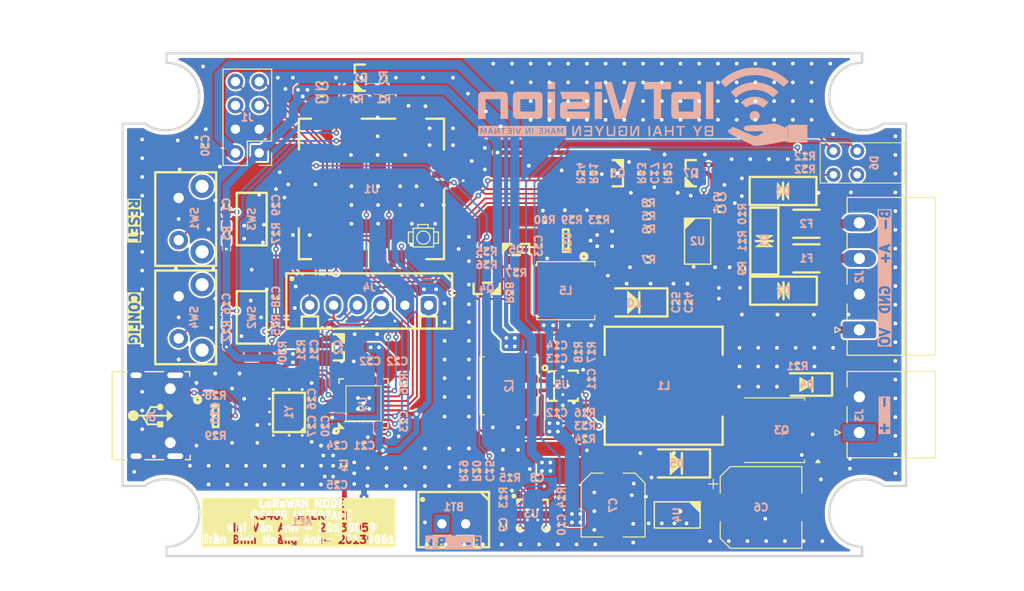
<source format=kicad_pcb>
(kicad_pcb (version 20240108) (generator "pcbnew") (generator_version "8.0")
  (layers (0 "F.Cu" signal) (31 "B.Cu" signal) (34 "B.Paste" user) (35 "F.Paste" user) (36 "B.SilkS" user "B.Silkscreen") (37 "F.SilkS" user "F.Silkscreen") (38 "B.Mask" user) (39 "F.Mask" user) (44 "Edge.Cuts" user))
  (net 0 "")
  (net 1 "GND")
  (net 2 "Net-(AE1-A)")
  (net 3 "+BATT")
  (net 4 "/RAK3172_LoRa/RAK_RESET")
  (net 5 "+3V3")
  (net 6 "Net-(D4-K)")
  (net 7 "+5V")
  (net 8 "/PSU/PPMIC_VOUT")
  (net 9 "Net-(U5-EN)")
  (net 10 "/PSU/VBAT_MONITOR")
  (net 11 "/ESP32-C3_BLE/ESP_3V3")
  (net 12 "Net-(U9-LNA_IN)")
  (net 13 "Net-(U9-XTAL_N)")
  (net 14 "Net-(U9-XTAL_P)")
  (net 15 "/ESP32-C3_BLE/ESP_RESET")
  (net 16 "/ESP32-C3_BLE/ESP_BOOT")
  (net 17 "Net-(Q5-D)")
  (net 18 "Net-(D1-A1)")
  (net 19 "Net-(D1-A2)")
  (net 20 "Net-(D4-A)")
  (net 21 "Net-(D5-K)")
  (net 22 "Net-(D7-A)")
  (net 23 "Net-(J2-Pin_4)")
  (net 24 "Net-(J2-Pin_3)")
  (net 25 "/ESP32-C3_BLE/UART1_RX")
  (net 26 "/RAK3172_LoRa/SWDIO")
  (net 27 "/RAK3172_LoRa/SWCLK")
  (net 28 "/ESP32-C3_BLE/UART1_TX")
  (net 29 "/ESP32-C3_BLE/ESP_UART0_RX")
  (net 30 "/ESP32-C3_BLE/ESP_UART0_TX")
  (net 31 "/ESP32-C3_BLE/ESP_USB_D_N")
  (net 34 "Net-(U9-GPIO18{slash}USB_D-)")
  (net 35 "Net-(J5-CC2)")
  (net 36 "Net-(J5-CC1)")
  (net 37 "Net-(U5-L2)")
  (net 38 "Net-(U5-L1)")
  (net 39 "Net-(Q1-G)")
  (net 40 "Net-(Q2-G)")
  (net 41 "Net-(Q4-D)")
  (net 42 "Net-(Q4-G)")
  (net 43 "Net-(Q5-G)")
  (net 44 "/ESP32-C3_BLE/OTA_RST")
  (net 45 "Net-(U1-BOOT0)")
  (net 46 "/ESP32-C3_BLE/OTA_BOOT")
  (net 47 "Net-(U2-~{RE})")
  (net 48 "Net-(U2-DE)")
  (net 49 "/RAK3172_LoRa/RS485_RX")
  (net 50 "Net-(U2-RO)")
  (net 51 "/RAK3172_LoRa/RS485_TX")
  (net 52 "Net-(U2-DI)")
  (net 53 "Net-(U3-TS)")
  (net 54 "Net-(U3-ILIM)")
  (net 55 "Net-(U3-ISET)")
  (net 56 "Net-(U5-FB)")
  (net 57 "Net-(U9-GPIO8)")
  (net 58 "/ESP32-C3_BLE/ESP_PWRON")
  (net 59 "Net-(U11-FB)")
  (net 61 "/RAK3172_LoRa/~{RS485_RE}")
  (net 63 "Net-(U5-PS{slash}SYNC)")
  (net 65 "/RAK3172_LoRa/RS485_DE")
  (net 66 "/PSU/LED_ACT")
  (net 68 "/PSU/~{POWER_SAVE}")
  (net 87 "Net-(Q3-D)")
  (net 88 "Net-(U1-PA9)")
  (net 89 "Net-(D6-K1)")
  (net 90 "Net-(D6-A1)")
  (net 91 "Net-(D6-A2)")
  (net 93 "Net-(R23-Pad2)")
  (net 94 "/PSU/9V_EN")
  (net 95 "+9V")
  (net 96 "Net-(Q7-D)")
  (net 97 "Net-(Q6-G)")
  (net 98 "Net-(Q6-D)")
  (net 99 "Net-(Q7-G)")
  (net 100 "/RAK3172_LoRa/RS485_PWREN")
  (footprint "Footprints:C_0603" (layer "F.Cu") (at 119.9 87.4 90)
    (property "Reference" "C1")
    (property "Value" "100nF")
  )
  (footprint "Footprints:C_0603" (layer "F.Cu") (at 130.475 111 -90)
    (property "Reference" "C20")
    (property "Value" "100nF")
  )
  (footprint "Footprints:D_SMA_TVS" (layer "F.Cu") (at 179.4 96.55)
    (property "Reference" "D2")
    (property "Value" "SMAJ5.0CA")
  )
  (footprint "Footprints:R_0603" (layer "F.Cu") (at 153.9 89 180)
    (property "Reference" "R40")
    (property "Value" "2K7")
  )
  (footprint "Footprints:C_0603" (layer "F.Cu") (at 155.2 109.6 180)
    (property "Reference" "C12")
    (property "Value" "10uF")
  )
  (footprint "Footprints:C_0603" (layer "F.Cu") (at 172.6 86.55)
    (property "Reference" "C5")
    (property "Value" "1uF")
  )
  (footprint "Footprints:SW_SPST_CK" (layer "F.Cu") (at 122.6 99.4 -90)
    (property "Reference" "SW2")
    (property "Value" "ESP-RESET")
  )
  (footprint "Footprints:F_1812" (layer "F.Cu") (at 181.85 89.4)
    (property "Reference" "F2")
    (property "Value" "Fuse")
  )
  (footprint "Footprints:R_0603" (layer "F.Cu") (at 149.4875 118.6375 90)
    (property "Reference" "R13")
    (property "Value" "10K")
  )
  (footprint "Footprints:C_0603" (layer "F.Cu") (at 155.2 102.4 180)
    (property "Reference" "C14")
    (property "Value" "10uF")
  )
  (footprint "Footprints:R_0603" (layer "F.Cu") (at 133.8 76.1)
    (property "Reference" "R4")
    (property "Value" "10R")
  )
  (footprint "Footprints:R_0603" (layer "F.Cu") (at 180.9 104.62 180)
    (property "Reference" "R21")
    (property "Value" "1K")
  )
  (footprint "Footprints:QFN-32_5x5_PAD-VIAS" (layer "F.Cu") (at 134.54415 108.582322 90)
    (property "Reference" "U9")
    (property "Value" "ESP32-C3")
  )
  (footprint "Footprints:SOIC-8" (layer "F.Cu") (at 168.05 120.5 -90)
    (property "Reference" "U4")
    (property "Value" "XL1509-5.0")
  )
  (footprint "Footprints:C_0603" (layer "F.Cu") (at 169.2 97.8 -90)
    (property "Reference" "C34")
    (property "Value" "10uF")
  )
  (footprint "Footprints:R_0603" (layer "F.Cu") (at 125.2 90.4 90)
    (property "Reference" "R27")
    (property "Value" "20K")
  )
  (footprint "Footprints:R_0603" (layer "F.Cu") (at 147.7 92.4)
    (property "Reference" "R35")
    (property "Value" "10R")
  )
  (footprint "Footprints:RAK3172" (layer "F.Cu") (at 143.14 78.18 180)
    (property "Reference" "U1")
    (property "Value" "RAK3172")
  )
  (footprint "Footprints:Crystal_3225_4P_1-4" (layer "F.Cu") (at 126.575 109.55 90)
    (property "Reference" "Y1")
    (property "Value" "40MHz")
  )
  (footprint "Footprints:C_0603" (layer "F.Cu") (at 149.4875 121.5375 90)
    (property "Reference" "C9")
    (property "Value" "1uF")
  )
  (footprint "Footprints:R_0603" (layer "F.Cu") (at 136.7 73.8 90)
    (property "Reference" "R2")
    (property "Value" "100K")
  )
  (footprint "Footprints:R_0603" (layer "F.Cu") (at 159.7 89 180)
    (property "Reference" "R23")
    (property "Value" "4K7")
  )
  (footprint "Footprints:R_0603" (layer "F.Cu") (at 118.75 107.75)
    (property "Reference" "R28")
    (property "Value" "5K1")
  )
  (footprint "Footprints:SOT23-3" (layer "F.Cu") (at 161.7 84 180)
    (property "Reference" "Q6")
    (property "Value" "SI2300")
  )
  (footprint "Footprints:R_0603" (layer "F.Cu") (at 159.1 84 -90)
    (property "Reference" "R41")
    (property "Value" "100K")
  )
  (footprint "Footprints:XH_2P_2.54mm_Vertical" (layer "F.Cu") (at 145.45 121.45 180)
    (property "Reference" "BT1")
    (property "Value" "Battery_18650")
  )
  (footprint "Footprints:R_0603" (layer "F.Cu") (at 165 90)
    (property "Reference" "R6")
    (property "Value" "10R")
  )
  (footprint "Footprints:R_0603" (layer "F.Cu") (at 157.7 84 90)
    (property "Reference" "R34")
    (property "Value" "10R")
  )
  (footprint "Footprints:R_0603" (layer "F.Cu") (at 147.7 93.8 180)
    (property "Reference" "R36")
    (property "Value" "100K")
  )
  (footprint "Footprints:R_0603" (layer "F.Cu") (at 138.85 106.5 -90)
    (property "Reference" "R26")
    (property "Value" "20K")
  )
  (footprint "Footprints:D_SMA_TVS" (layer "F.Cu") (at 177.35 91.25 -90)
    (property "Reference" "D1")
    (property "Value" "SMAJ5.0CA")
  )
  (footprint "Footprints:R_0603" (layer "F.Cu") (at 150.1875 116.5375 180)
    (property "Reference" "R15")
    (property "Value" "1K2")
  )
  (footprint "Footprints:R_0603" (layer "F.Cu") (at 164.975 87.2)
    (property "Reference" "R8")
    (property "Value" "10R")
  )
  (footprint "Footprints:SOT23-3" (layer "F.Cu") (at 134.15 73.8)
    (property "Reference" "Q1")
    (property "Value" "SI2300")
  )
  (footprint "Footprints:R_0603" (layer "F.Cu") (at 146.6 115.8 -90)
    (property "Reference" "R20")
    (property "Value" "100K")
  )
  (footprint "Footprints:C_0603" (layer "F.Cu") (at 125.2 87.4 90)
    (property "Reference" "C29")
    (property "Value" "100nF")
  )
  (footprint "Footprints:C_0603" (layer "F.Cu") (at 153.25 91.75 90)
    (property "Reference" "C33")
    (property "Value" "1uF")
  )
  (footprint "Footprints:SOT23-3" (layer "F.Cu") (at 147.7 96.35 90)
    (property "Reference" "Q4")
    (property "Value" "SI2300")
  )
  (footprint "Footprints:C_0603" (layer "F.Cu") (at 131.725 113.1 180)
    (property "Reference" "C24")
    (property "Value" "DNP")
  )
  (footprint "Footprints:C_0603" (layer "F.Cu") (at 129.025 111 90)
    (property "Reference" "C27")
    (property "Value" "10pF")
  )
  (footprint "Capacitor_SMD:C_Elec_6.3x7.7" (layer "F.Cu") (at 161.2 119.45 -90)
    (property "Reference" "C7")
    (property "Value" "100uF")
  )
  (footprint "Footprints:R_0603" (layer "F.Cu") (at 164.2 84 -90)
    (property "Reference" "R43")
    (property "Value" "10R")
  )
  (footprint "Footprints:VQFN-16_3x3_PAD-VIAS" (layer "F.Cu") (at 152.6 120.4875)
    (property "Reference" "U3")
    (property "Value" "BQ24075RGT")
  )
  (footprint "Footprints:C_0603" (layer "F.Cu") (at 138.15 104.1)
    (property "Reference" "C22")
    (property "Value" "100nF")
  )
  (footprint "Footprints:C_0603" (layer "F.Cu") (at 158.9 106 -90)
    (property "Reference" "C11")
    (property "Value" "100nF")
  )
  (footprint "Footprints:R_0603" (layer "F.Cu") (at 125.9 103.05 -90)
    (property "Reference" "R30")
    (property "Value" "10R")
  )
  (footprint "Capacitor_SMD:CP_Elec_8x10.5" (layer "F.Cu") (at 177 119.7)
    (property "Reference" "C6")
    (property "Value" "470uF/50V")
  )
  (footprint "Footprints:L_12x12mm_H8mm" (layer "F.Cu") (at 166.6 106.7 180)
    (property "Reference" "L1")
    (property "Value" "68uH")
  )
  (footprint "Footprints:SW_SPST_CK" (layer "F.Cu") (at 122.6 88.9 -90)
    (property "Reference" "SW3")
    (property "Value" "ESP-BOOT")
  )
  (footprint "Connector_Phoenix_MC:PhoenixContact_MC_1,5_2-G-3.81_1x02_P3.81mm_Horizontal" (layer "F.Cu") (at 187.5 111.7 90)
    (property "Reference" "J3")
    (property "Value" "CONN_PWRIN")
  )
  (footprint "Footprints:F_1812" (layer "F.Cu") (at 181.85 93.1)
    (property "Reference" "F1")
    (property "Value" "Fuse")
  )
  (footprint "Footprints:C_0603" (layer "F.Cu") (at 129.025 108.1 -90)
    (property "Reference" "C26")
    (property "Value" "10pF")
  )
  (footprint "Footprints:R_0603" (layer "F.Cu") (at 155.6875 118.6375 90)
    (property "Reference" "R14")
    (property "Value" "1K2")
  )
  (footprint "Footprints:R_0603" (layer "F.Cu") (at 165 93.25)
    (property "Reference" "R7")
    (property "Value" "10R")
  )
  (footprint "Footprints:D_SMA" (layer "F.Cu") (at 163.5 97.8 180)
    (property "Reference" "D7")
    (property "Value" "SS34")
  )
  (footprint "Footprints:C_0603" (layer "F.Cu") (at 131.725 117.3 180)
    (property "Reference" "C25")
    (property "Value" "DNP")
  )
  (footprint "Footprints:SOIC-8" (layer "F.Cu") (at 170.225 91.265)
    (property "Reference" "U2")
    (property "Value" "MAX3485EN")
  )
  (footprint "Footprints:C_0603" (layer "F.Cu") (at 117.65 81.05 90)
    (property "Reference" "C30")
    (property "Value" "1uF")
  )
  (footprint "Footprints:R_0603" (layer "F.Cu") (at 127.9 102.9 90)
    (property "Reference" "R31")
    (property "Value" "20K")
  )
  (footprint "Inductor_SMD:L_Bourns_SRN6045TA" (layer "F.Cu") (at 156.15 96.55)
    (property "Reference" "L5")
    (property "Value" "22uH")
  )
  (footprint "Footprints:LED_HOUSING_LH32K051F" (layer "F.Cu") (at 187.275 84.17 90)
    (property "Reference" "D6")
    (property "Value" "LED_Dual_AKAK")
  )
  (footprint "Footprints:SOT23-6" (layer "F.Cu") (at 156.15 91.2 90)
    (property "Reference" "U11")
    (property "Value" "MT3608")
  )
  (footprint "Connector_PinHeader_2.54mm:PinHeader_2x04_P2.54mm_Vertical" (layer "F.Cu") (at 123.4 81.84 180)
    (property "Reference" "J1")
    (property "Value" "RAK_DEBUG")
  )
  (footprint "Footprints:R_0603" (layer "F.Cu") (at 119.9 100.85 90)
    (property "Reference" "R22")
    (property "Value" "20K")
  )
  (footprint "Footprints:C_0603" (layer "F.Cu") (at 125.2 97.2 90)
    (property "Reference" "C28")
    (property "Value" "100nF")
  )
  (footprint "Footprints:C_0603" (layer "F.Cu") (at 135.25 104.1 180)
    (property "Reference" "C32")
    (property "Value" "1uF")
  )
  (footprint "Footprints:R_0603" (layer "F.Cu") (at 118.75 112.05)
    (property "Reference" "R29")
    (property "Value" "5K1")
  )
  (footprint "Footprints:R_0603" (layer "F.Cu") (at 150.85 94.65 180)
    (property "Reference" "R37")
    (property "Value" "20K")
  )
  (footprint "Footprints:R_0603" (layer "F.Cu") (at 157.5 103.1 90)
    (property "Reference" "R18")
    (property "Value" "100K")
  )
  (footprint "Footprints:R_0603" (layer "F.Cu") (at 136.7 76.1 180)
    (property "Reference" "R1")
    (property "Value" "10R")
  )
  (footprint "Footprints:C_0603" (layer "F.Cu") (at 119.9 97.95 90)
    (property "Reference" "C16")
    (property "Value" "100nF")
  )
  (footprint "Footprints:Switch_Tactile_6x6_Horizontal" (layer "F.Cu") (at 114.8 88.9 -90)
    (property "Reference" "SW1")
    (property "Value" "RAK-RESET")
  )
  (footprint "Footprints:C_0603" (layer "F.Cu") (at 138.85 110.5 -90)
    (property "Reference" "C23")
    (property "Value" "100nF")
  )
  (footprint "Footprints:C_0603" (layer "F.Cu") (at 130.1 74.7)
    (property "Reference" "C2")
    (property "Value" "1uF")
  )
  (footprint "Footprints:DRC-0010J" (layer "F.Cu") (at 155.825 106.7)
    (property "Reference" "U5")
    (property "Value" "TPS63000")
  )
  (footprint "Footprints:SOT23-3" (layer "F.Cu") (at 131.9 102.6 180)
    (property "Reference" "Q2")
    (property "Value" "SI2301")
  )
  (footprint "Footprints:R_0603" (layer "F.Cu") (at 145.2 115.8 90)
    (property "Reference" "R19")
    (property "Value" "560K")
  )
  (footprint "Footprints:SOT23-3" (layer "F.Cu") (at 150.85 92.1 -90)
    (property "Reference" "Q5")
    (property "Value" "SI2301")
  )
  (footprint "Footprints:SOT23-6" (layer "F.Cu") (at 118.75 109.9 -90)
    (property "Reference" "U10")
    (property "Value" "USBLC6-2SC6")
  )
  (footprint "Footprints:R_0603" (layer "F.Cu") (at 181.7 83.6 180)
    (property "Reference" "R32")
    (property "Value" "1K")
  )
  (footprint "Footprints:Switch_Tactile_6x6_Horizontal" (layer "F.Cu") (at 114.8 99.4 -90)
    (property "Reference" "SW4")
    (property "Value" "MODE_SEL_BTN")
  )
  (footprint "Footprints:C_0603" (layer "F.Cu") (at 167.85 97.8 -90)
    (property "Reference" "C35")
    (property "Value" "10uF")
  )
  (footprint "Footprints:C_0603" (layer "F.Cu") (at 130.1 76.1)
    (property "Reference" "C3")
    (property "Value" "100nF")
  )
  (footprint "Footprints:R_0603" (layer "F.Cu") (at 119.9 90.4 90)
    (property "Reference" "R3")
    (property "Value" "20K")
  )
  (footprint "Footprints:L_0603" (layer "F.Cu") (at 132.425 115.2 90)
    (property "Reference" "L4")
    (property "Value" "2.2nH")
  )
  (footprint "Footprints:D_SMA_TVS" (layer "F.Cu") (at 179.35 85.9 180)
    (property "Reference" "D3")
    (property "Value" "SMAJ5.0CA")
  )
  (footprint "Footprints:C_0603" (layer "F.Cu") (at 148 115.8 90)
    (property "Reference" "C15")
    (property "Value" "1uF")
  )
  (footprint "Footprints:R_0603" (layer "F.Cu") (at 181.7 82.2 180)
    (property "Reference" "R12")
    (property "Value" "1K")
  )
  (footprint "Footprints:C_0603" (layer "F.Cu") (at 155.6875 121.5375 90)
    (property "Reference" "C10")
    (property "Value" "10uF")
  )
  (footprint "Footprints:C_0603" (layer "F.Cu") (at 153.0875 116.5375)
    (property "Reference" "C8")
    (property "Value" "1uF")
  )
  (footprint "Footprints:D_MiniMELF" (layer "F.Cu") (at 181.89 106.57 180)
    (property "Reference" "D4")
    (property "Value" "Z12V")
  )
  (footprint "Footprints:C_0603" (layer "F.Cu") (at 129.3 102.9 90)
    (property "Reference" "C31")
    (property "Value" "1uF")
  )
  (footprint "Connector_Phoenix_MC:PhoenixContact_MC_1,5_4-G-3.81_1x04_P3.81mm_Horizontal" (layer "F.Cu") (at 187.5 100.73 90)
    (property "Reference" "J2")
    (property "Value" "CONN_RS485")
  )
  (footprint "Footprints:C_0603" (layer "F.Cu") (at 155.2 103.8 180)
    (property "Reference" "C13")
    (property "Value" "10uF")
  )
  (footprint "Footprints:USB-C_SMD_1" (layer "F.Cu") (at 111.3 109.9 -90)
    (property "Reference" "J5")
    (property "Value" "USB_C_Receptacle_USB2.0_16P")
  )
  (footprint "Footprints:R_0603" (layer "F.Cu") (at 156.8 89 180)
    (property "Reference" "R39")
    (property "Value" "33K")
  )
  (footprint "Footprints:D_SMA" (layer "F.Cu") (at 168.05 115 180)
    (property "Reference" "D5")
    (property "Value" "SS34")
  )
  (footprint "RF_Antenna:Texas_SWRA117D_2.4GHz_Right" (layer "F.Cu") (at 132.5 118.6 180)
    (property "Reference" "AE1")
    (property "Value" "2.4GHz")
  )
  (footprint "Footprints:R_0603" (layer "F.Cu") (at 175 91.25 -90)
    (property "Reference" "R11")
    (property "Value" "120R")
  )
  (footprint "Footprints:R_0603" (layer "F.Cu") (at 158.2 109.6)
    (property "Reference" "R16")
    (property "Value" "100R")
  )
  (footprint "Footprints:C_0603" (layer "F.Cu") (at 172.6 87.85)
    (property "Reference" "C4")
    (property "Value" "100nF")
  )
  (footprint "Footprints:R_0603" (layer "F.Cu") (at 158.2 111 180)
    (property "Reference" "R33")
    (property "Value" "0R")
  )
  (footprint "Footprints:R_0603" (layer "F.Cu") (at 158.2 112.4 180)
    (property "Reference" "R24")
    (property "Value" "0R")
  )
  (footprint "Footprints:C_0603" (layer "F.Cu") (at 134.625 113.1)
    (property "Reference" "C21")
    (property "Value" "100nF")
  )
  (footprint "Footprints:R_0603" (layer "F.Cu") (at 175 94.15 -90)
    (property "Reference" "R9")
    (property "Value" "4K7")
  )
  (footprint "Inductor_SMD:L_Bourns_SRN6045TA" (layer "F.Cu") (at 150.1 106.7 -90)
    (property "Reference" "L2")
    (property "Value" "2.2uH")
  )
  (footprint "Footprints:R_0603" (layer "F.Cu") (at 165 88.6)
    (property "Reference" "R5")
    (property "Value" "10R")
  )
  (footprint "Package_TO_SOT_SMD:TO-252-2" (layer "F.Cu") (at 178.35 111.45 180)
    (property "Reference" "Q3")
    (property "Value" "APM4015P")
  )
  (footprint "Footprints:R_0603" (layer "F.Cu") (at 167 84 -90)
    (property "Reference" "R42")
    (property "Value" "20K")
  )
  (footprint "Footprints:R_0603" (layer "F.Cu") (at 158.9 103.1 -90)
    (property "Reference" "R17")
    (property "Value" "560K")
  )
  (footprint "Footprints:SOT23-3" (layer "F.Cu") (at 169.5 84)
    (property "Reference" "Q7")
    (property "Value" "SI2301")
  )
  (footprint "Footprints:C_0603" (layer "F.Cu") (at 165.6 84 -90)
    (property "Reference" "C17")
    (property "Value" "1uF")
  )
  (footprint "Footprints:R_0603" (layer "F.Cu") (at 150.1 96.75 90)
    (property "Reference" "R38")
    (property "Value" "10R")
  )
  (footprint "Footprints:R_0603" (layer "F.Cu") (at 175 88.35 -90)
    (property "Reference" "R10")
    (property "Value" "4K7")
  )
  (footprint "Footprints:R_0603" (layer "F.Cu") (at 125.2 100.2 90)
    (property "Reference" "R25")
    (property "Value" "20K")
  )
  (footprint "Footprints:XH_6P_2.54mm_Vertical" (layer "F.Cu") (at 141.505 98.1 180)
    (property "Reference" "J4")
    (property "Value" "CONN_ESP_PROG")
  )
  (footprint "Footprints:LoGo_IoTVision_38x10" (layer "B.Cu") (at 163.884904 76.900086 180)
    (property "Reference" " ")
    (property "Value" "LOGO" (hide yes))
  )
  (gr_line (start 190.1 117.4) (end 192.5 117.4) (stroke (width 0.25)) (layer "Edge.Cuts"))
  (gr_line (start 113.5 71.2) (end 187.8 71.2) (stroke (width 0.25)) (layer "Edge.Cuts"))
  (gr_arc (start 113.5 116.7) (mid 115.974874 117.725126) (end 117 120.2) (stroke (width 0.25)) (layer "Edge.Cuts"))
  (gr_line (start 113.5 124.9) (end 187.8 124.9) (stroke (width 0.25)) (layer "Edge.Cuts"))
  (gr_arc (start 117 75.9) (mid 115.974874 78.374874) (end 113.5 79.4) (stroke (width 0.25)) (layer "Edge.Cuts"))
  (gr_arc (start 188 116.7) (mid 189.106797 116.879608) (end 190.1 117.4) (stroke (width 0.25)) (layer "Edge.Cuts"))
  (gr_line (start 184.3 120.2) (end 184.3 120.4) (stroke (width 0.25)) (layer "Edge.Cuts"))
  (gr_arc (start 117 120.4) (mid 115.974874 122.874874) (end 113.5 123.9) (stroke (width 0.25)) (layer "Edge.Cuts"))
  (gr_arc (start 113.3 79.4) (mid 112.193203 79.220392) (end 111.2 78.7) (stroke (width 0.25)) (layer "Edge.Cuts"))
  (gr_arc (start 187.8 123.9) (mid 185.325126 122.874874) (end 184.3 120.4) (stroke (width 0.25)) (layer "Edge.Cuts"))
  (gr_line (start 192.5 78.7) (end 192.5 117.4) (stroke (width 0.25)) (layer "Edge.Cuts"))
  (gr_line (start 117 120.2) (end 117 120.4) (stroke (width 0.25)) (layer "Edge.Cuts"))
  (gr_line (start 187.8 116.7) (end 188 116.7) (stroke (width 0.25)) (layer "Edge.Cuts"))
  (gr_line (start 108.8 78.7) (end 108.8 117.4) (stroke (width 0.25)) (layer "Edge.Cuts"))
  (gr_line (start 111.2 117.4) (end 108.8 117.4) (stroke (width 0.25)) (layer "Edge.Cuts"))
  (gr_line (start 113.5 116.7) (end 113.3 116.7) (stroke (width 0.25)) (layer "Edge.Cuts"))
  (gr_line (start 113.5 79.4) (end 113.3 79.4) (stroke (width 0.25)) (layer "Edge.Cuts"))
  (gr_arc (start 184.3 120.2) (mid 185.325126 117.725126) (end 187.8 116.7) (stroke (width 0.25)) (layer "Edge.Cuts"))
  (gr_line (start 111.2 78.7) (end 108.8 78.7) (stroke (width 0.25)) (layer "Edge.Cuts"))
  (gr_arc (start 187.8 79.4) (mid 185.325126 78.374874) (end 184.3 75.9) (stroke (width 0.25)) (layer "Edge.Cuts"))
  (gr_arc (start 184.3 75.7) (mid 185.325126 73.225126) (end 187.8 72.2) (stroke (width 0.25)) (layer "Edge.Cuts"))
  (gr_line (start 187.8 123.9) (end 187.8 124.9) (stroke (width 0.25)) (layer "Edge.Cuts"))
  (gr_line (start 113.5 72.2) (end 113.5 71.2) (stroke (width 0.25)) (layer "Edge.Cuts"))
  (gr_line (start 113.5 123.9) (end 113.5 124.9) (stroke (width 0.25)) (layer "Edge.Cuts"))
  (gr_arc (start 111.2 117.4) (mid 112.193203 116.879609) (end 113.3 116.7) (stroke (width 0.25)) (layer "Edge.Cuts"))
  (gr_line (start 192.5 78.7) (end 190.1 78.7) (stroke (width 0.25)) (layer "Edge.Cuts"))
  (gr_line (start 187.8 71.2) (end 187.8 72.2) (stroke (width 0.25)) (layer "Edge.Cuts"))
  (gr_line (start 117 75.9) (end 117 75.7) (stroke (width 0.25)) (layer "Edge.Cuts"))
  (gr_line (start 188 79.4) (end 187.8 79.4) (stroke (width 0.25)) (layer "Edge.Cuts"))
  (gr_arc (start 113.5 72.2) (mid 115.974874 73.225126) (end 117 75.7) (stroke (width 0.25)) (layer "Edge.Cuts"))
  (gr_line (start 184.3 75.7) (end 184.3 75.9) (stroke (width 0.25)) (layer "Edge.Cuts"))
  (gr_arc (start 190.1 78.7) (mid 189.106797 79.220392) (end 188 79.4) (stroke (width 0.25)) (layer "Edge.Cuts"))
  (gr_text "B-  B+" (at 144.15 123.5 0) (layer "B.SilkS" knockout) (effects (font (size 1 1) (thickness 0.25) (bold yes)) (justify mirror)))
  (gr_text "B-  A+   GND  VO" (at 190.25 95.15 90) (layer "B.SilkS" knockout) (effects (font (size 1 1) (thickness 0.25) (bold yes)) (justify mirror)))
  (gr_text "+  -" (at 190.25 109.85 -90) (layer "B.SilkS" knockout) (effects (font (size 1 1) (thickness 0.25) (bold yes)) (justify mirror)))
  (gr_text "RESET" (at 110 89 -90) (layer "F.SilkS" knockout) (effects (font (size 1 1) (thickness 0.25) (bold yes))))
  (gr_text "LoRaWAN NODE\nRS485 INTERFACE\nMai Văn Anh - 20139059\nTrần Đình Hoàng Anh- 20139061 " (at 127.95 121.225 0) (layer "F.SilkS" knockout) (effects (font (size 0.8 0.8) (thickness 0.2) (bold yes))))
  (gr_text "CONFIG" (at 110 99.5 270) (layer "F.SilkS" knockout) (effects (font (size 1 1) (thickness 0.25) (bold yes))))
  (segment (start 128 112) (end 128.8 112) (width 0.4) (layer "F.Cu") (net 1))
  (segment (start 129.025 107.325) (end 128.8 107.1) (width 0.4) (layer "F.Cu") (net 1))
  (segment (start 124.9 112) (end 125.7 112) (width 0.4) (layer "F.Cu") (net 1))
  (segment (start 124.9 107.1) (end 124.5 107.5) (width 0.4) (layer "F.Cu") (net 1))
  (segment (start 124.5 109.5) (end 124.5 110.8) (width 0.4) (layer "F.Cu") (net 1))
  (segment (start 126.6 107.1) (end 124.9 107.1) (width 0.4) (layer "F.Cu") (net 1))
  (segment (start 181.4 96.55) (end 187.13 96.55) (width 1) (layer "F.Cu") (net 1))
  (segment (start 157.5 102.325) (end 156.05 102.325) (width 0.2) (layer "F.Cu") (net 1))
  (segment (start 125.725 111.975) (end 125.7 112) (width 0.4) (layer "F.Cu") (net 1))
  (segment (start 148 116.575) (end 146.6 116.575) (width 0.2) (layer "F.Cu") (net 1))
  (segment (start 187.13 96.55) (end 187.5 96.92) (width 1) (layer "F.Cu") (net 1))
  (segment (start 146.75 93.975) (end 146.925 93.8) (width 0.2) (layer "F.Cu") (net 1))
  (segment (start 130.64 76.335) (end 130.875 76.1) (width 0.2) (layer "F.Cu") (net 1))
  (segment (start 154.425 106.7) (end 155.25 106.7) (width 0.25) (layer "F.Cu") (net 1))
  (segment (start 155.825 109.45) (end 155.975 109.6) (width 0.4) (layer "F.Cu") (net 1))
  (segment (start 124.5 110.8) (end 124.5 111.6) (width 0.4) (layer "F.Cu") (net 1))
  (segment (start 127.4 107.1) (end 126.6 107.1) (width 0.4) (layer "F.Cu") (net 1))
  (segment (start 155.825 103.95) (end 155.975 103.8) (width 0.4) (layer "F.Cu") (net 1))
  (segment (start 124.5 108.1) (end 124.5 109.5) (width 0.4) (layer "F.Cu") (net 1))
  (segment (start 130.64 78.325) (end 130.64 76.335) (width 0.2) (layer "F.Cu") (net 1))
  (segment (start 128.8 107.1) (end 128 107.1) (width 0.4) (layer "F.Cu") (net 1))
  (segment (start 156.05 102.325) (end 155.975 102.4) (width 0.2) (layer "F.Cu") (net 1))
  (segment (start 165.6 84.775) (end 165.6 85.5) (width 0.2) (layer "F.Cu") (net 1))
  (segment (start 130.875 76.1) (end 130.875 74.7) (width 0.2) (layer "F.Cu") (net 1))
  (segment (start 155.975 103.8) (end 155.975 102.4) (width 0.4) (layer "F.Cu") (net 1))
  (segment (start 126.6 112) (end 128 112) (width 0.4) (layer "F.Cu") (net 1))
  (segment (start 124.5 107.5) (end 124.5 108.1) (width 0.4) (layer "F.Cu") (net 1))
  (segment (start 155.825 105.75) (end 155.825 103.95) (width 0.4) (layer "F.Cu") (net 1))
  (segment (start 125.725 110.65) (end 125.725 111.975) (width 0.4) (layer "F.Cu") (net 1))
  (segment (start 128 107.1) (end 127.4 107.1) (width 0.4) (layer "F.Cu") (net 1))
  (segment (start 127.425 108.45) (end 127.425 107.125) (width 0.4) (layer "F.Cu") (net 1))
  (segment (start 125.7 112) (end 126.6 112) (width 0.4) (layer "F.Cu") (net 1))
  (segment (start 124.5 111.6) (end 124.9 112) (width 0.4) (layer "F.Cu") (net 1))
  (segment (start 127.425 107.125) (end 127.4 107.1) (width 0.4) (layer "F.Cu") (net 1))
  (segment (start 155.825 107.65) (end 155.825 109.45) (width 0.4) (layer "F.Cu") (net 1))
  (segment (start 146.75 95.1625) (end 146.75 93.975) (width 0.2) (layer "F.Cu") (net 1))
  (segment (start 117.6125 109.9) (end 118.6 109.9) (width 0.25) (layer "F.Cu") (net 1))
  (segment (start 157.225 106.2) (end 156.325 106.2) (width 0.25) (layer "F.Cu") (net 1))
  (segment (start 156.325 106.2) (end 155.825 106.7) (width 0.25) (layer "F.Cu") (net 1))
  (segment (start 128.8 112) (end 129.025 111.775) (width 0.4) (layer "F.Cu") (net 1))
  (via (at 110.9 109.35) (size 0.8) (drill 0.4) (layers "F.Cu" "B.Cu") (net 1))
  (via (at 117.7 79.3) (size 0.8) (drill 0.4) (layers "F.Cu" "B.Cu") (net 1))
  (via (at 137 115.5) (size 0.8) (drill 0.4) (layers "F.Cu" "B.Cu") (net 1))
  (via (at 176.7 102.65) (size 0.8) (drill 0.4) (layers "F.Cu" "B.Cu") (net 1))
  (via (at 191.35 106.05) (size 0.8) (drill 0.4) (layers "F.Cu" "B.Cu") (net 1))
  (via (at 130 117.25) (size 0.8) (drill 0.4) (layers "F.Cu" "B.Cu") (net 1))
  (via (at 164.4 76.3) (size 0.8) (drill 0.4) (layers "F.Cu" "B.Cu") (net 1))
  (via (at 131.3 116.4) (size 0.8) (drill 0.4) (layers "F.Cu" "B.Cu") (net 1))
  (via (at 186.5 115.55) (size 0.8) (drill 0.4) (layers "F.Cu" "B.Cu") (net 1))
  (via (at 174.95 99.1) (size 0.8) (drill 0.4) (layers "F.Cu" "B.Cu") (net 1))
  (via (at 145.8 105.9) (size 0.8) (drill 0.4) (layers "F.Cu" "B.Cu") (net 1))
  (via (at 164.4 78.3) (size 0.8) (drill 0.4) (layers "F.Cu" "B.Cu") (net 1))
  (via (at 141 96.4) (size 0.8) (drill 0.4) (layers "F.Cu" "B.Cu") (net 1))
  (via (at 155.3 123.65) (size 0.8) (drill 0.4) (layers "F.Cu" "B.Cu") (net 1))
  (via (at 127 90.6) (size 0.8) (drill 0.4) (layers "F.Cu" "B.Cu") (net 1))
  (via (at 160.4 76.3) (size 0.8) (drill 0.4) (layers "F.Cu" "B.Cu") (net 1))
  (via (at 174.7 102.65) (size 0.8) (drill 0.4) (layers "F.Cu" "B.Cu") (net 1))
  (via (at 150.4 74.3) (size 0.8) (drill 0.4) (layers "F.Cu" "B.Cu") (net 1))
  (via (at 166.4 78.3) (size 0.8) (drill 0.4) (layers "F.Cu" "B.Cu") (net 1))
  (via (at 131.7 102.6) (size 0.8) (drill 0.4) (layers "F.Cu" "B.Cu") (net 1))
  (via (at 126.6 107.1) (size 0.6) (drill 0.3) (layers "F.Cu" "B.Cu") (net 1))
  (via (at 169.8 94) (size 0.8) (drill 0.4) (layers "F.Cu" "B.Cu") (net 1))
  (via (at 133.25 89.4) (size 0.8) (drill 0.4) (layers "F.Cu" "B.Cu") (net 1))
  (via (at 136.1 87.4) (size 0.8) (drill 0.4) (layers "F.Cu" "B.Cu") (net 1))
  (via (at 138.3 112.1) (size 0.8) (drill 0.4) (layers "F.Cu" "B.Cu") (net 1))
  (via (at 176.4 72.3) (size 0.8) (drill 0.4) (layers "F.Cu" "B.Cu") (net 1))
  (via (at 120.5 112.8) (size 0.8) (drill 0.4) (layers "F.Cu" "B.Cu") (net 1))
  (via (at 165.3 116.5) (size 0.8) (drill 0.4) (layers "F.Cu" "B.Cu") (net 1))
  (via (at 126 117.25) (size 0.8) (drill 0.4) (layers "F.Cu" "B.Cu") (net 1))
  (via (at 124.9 112) (size 0.6) (drill 0.3) (layers "F.Cu" "B.Cu") (net 1))
  (via (at 158 105) (size 0.8) (drill 0.4) (layers "F.Cu" "B.Cu") (net 1))
  (via (at 145.2 84.8) (size 0.6) (drill 0.3) (layers "F.Cu" "B.Cu") (net 1))
  (via (at 133.6 101.2) (size 0.8) (drill 0.4) (layers "F.Cu" "B.Cu") (net 1))
  (via (at 151.3 123.65) (size 0.8) (drill 0.4) (layers "F.Cu" "B.Cu") (net 1))
  (via (at 168.4 76.3) (size 0.8) (drill 0.4) (layers "F.Cu" "B.Cu") (net 1))
  (via (at 131.6 73.8) (size 0.8) (drill 0.4) (layers "F.Cu" "B.Cu") (net 1))
  (via (at 134.3 73.8) (size 0.8) (drill 0.4) (layers "F.Cu" "B.Cu") (net 1))
  (via (at 163.2 118.4) (size 0.8) (drill 0.4) (layers "F.Cu" "B.Cu") (net 1))
  (via (at 145.8 98) (size 0.8) (drill 0.4) (layers "F.Cu" "B.Cu") (net 1))
  (via (at 180.7 102.65) (size 0.8) (drill 0.4) (layers "F.Cu" "B.Cu") (net 1))
  (via (at 142.2 89.4) (size 0.8) (drill 0.4) (layers "F.Cu" "B.Cu") (net 1))
  (via (at 161.1 90.2) (size 0.8) (drill 0.4) (layers "F.Cu" "B.Cu") (net 1))
  (via (at 144.1 73.8) (size 0.8) (drill 0.4) (layers "F.Cu" "B.Cu") (net 1))
  (via (at 110.9 107.35) (size 0.8) (drill 0.4) (layers "F.Cu" "B.Cu") (net 1))
  (via (at 130.25 114.15) (size 0.8) (drill 0.4) (layers "F.Cu" "B.Cu") (net 1))
  (via (at 124.2 96.4) (size 0.8) (drill 0.4) (layers "F.Cu" "B.Cu") (net 1))
  (via (at 139.35 76.8) (size 0.8) (drill 0.4) (layers "F.Cu" "B.Cu") (net 1))
  (via (at 110.9 102.4) (size 0.8) (drill 0.4) (layers "F.Cu" "B.Cu") (net 1))
  (via (at 156.4 76.3) (size 0.8) (drill 0.4) (layers "F.Cu" "B.Cu") (net 1))
  (via (at 135 112.2) (size 0.8) (drill 0.4) (layers "F.Cu" "B.Cu") (net 1))
  (via (at 125.4 73.8) (size 0.8) (drill 0.4) (layers "F.Cu" "B.Cu") (net 1))
  (via (at 170.4 72.3) (size 0.8) (drill 0.4) (layers "F.Cu" "B.Cu") (net 1))
  (via (at 174.4 76.3) (size 0.8) (drill 0.4) (layers "F.Cu" "B.Cu") (net 1))
  (via (at 136 101.2) (size 0.8) (drill 0.4) (layers "F.Cu" "B.Cu") (net 1))
  (via (at 156.45 100.25) (size 0.8) (drill 0.4) (layers "F.Cu" "B.Cu") (net 1))
  (via (at 145.7 75.5) (size 0.8) (drill 0.4) (layers "F.Cu" "B.Cu") (net 1))
  (via (at 160.4 74.3) (size 0.8) (drill 0.4) (layers "F.Cu" "B.Cu") (net 1))
  (via (at 182.4 74.3) (size 0.8) (drill 0.4) (layers "F.Cu" "B.Cu") (net 1))
  (via (at 178.4 72.3) (size 0.8) (drill 0.4) (layers "F.Cu" "B.Cu") (net 1))
  (via (at 166.4 76.3) (size 0.8) (drill 0.4) (layers "F.Cu" "B.Cu") (net 1))
  (via (at 138 73.8) (size 0.8) (drill 0.4) (layers "F.Cu" "B.Cu") (net 1))
  (via (at 156.4 72.3) (size 0.8) (drill 0.4) (layers "F.Cu" "B.Cu") (net 1))
  (via (at 133.55 116.05) (size 0.8) (drill 0.4) (layers "F.Cu" "B.Cu") (net 1))
  (via (at 176.4 74.3) (size 0.8) (drill 0.4) (layers "F.Cu" "B.Cu") (net 1))
  (via (at 110.9 80.4) (size 0.8) (drill 0.4) (layers "F.Cu" "B.Cu") (net 1))
  (via (at 191.35 96.05) (size 0.8) (drill 0.4) (layers "F.Cu" "B.Cu") (net 1))
  (via (at 174.4 72.3) (size 0.8) (drill 0.4) (layers "F.Cu" "B.Cu") (net 1))
  (via (at 143.2 105.9) (size 0.8) (drill 0.4) (layers "F.Cu" "B.Cu") (net 1))
  (via (at 179.85 82.5) (size 0.8) (drill 0.4) (layers "F.Cu" "B.Cu") (net 1))
  (via (at 140.9 73.8) (size 0.8) (drill 0.4) (layers "F.Cu" "B.Cu") (net 1))
  (via (at 110.9 100.4) (size 0.8) (drill 0.4) (layers "F.Cu" "B.Cu") (net 1))
  (via (at 133.55 114.9) (size 0.8) (drill 0.4) (layers "F.Cu" "B.Cu") (net 1))
  (via (at 156.4 78.3) (size 0.8) (drill 0.4) (layers "F.Cu" "B.Cu") (net 1))
  (via (at 169.15 95.8) (size 0.8) (drill 0.4) (layers "F.Cu" "B.Cu") (net 1))
  (via (at 173.55 123.3) (size 0.8) (drill 0.4) (layers "F.Cu" "B.Cu") (net 1))
  (via (at 157.3 123.65) (size 0.8) (drill 0.4) (layers "F.Cu" "B.Cu") (net 1))
  (via (at 172.4 78.3) (size 0.8) (drill 0.4) (layers "F.Cu" "B.Cu") (net 1))
  (via (at 149.4 115.6) (size 0.8) (drill 0.4) (layers "F.Cu" "B.Cu") (net 1))
  (via (at 178.7 104.65) (size 0.8) (drill 0.4) (layers "F.Cu" "B.Cu") (net 1))
  (via (at 191.35 102.05) (size 0.8) (drill 0.4) (layers "F.Cu" "B.Cu") (net 1))
  (via (at 165.2 95.8) (size 0.8) (drill 0.4) (layers "F.Cu" "B.Cu") (net 1))
  (via (at 174.95 86.45) (size 0.8) (drill 0.4) (layers "F.Cu" "B.Cu") (net 1))
  (via (at 182.7 104.65) (size 0.8) (drill 0.4) (layers "F.Cu" "B.Cu") (net 1))
  (via (at 125.2 85.7) (size 0.8) (drill 0.4) (layers "F.Cu" "B.Cu") (net 1))
  (via (at 151.05 111.15) (size 0.8) (drill 0.4) (layers "F.Cu" "B.Cu") (net 1))
  (via (at 175.85 82.5) (size 0.8) (drill 0.4) (layers "F.Cu" "B.Cu") (net 1))
  (via (at 178.4 74.3) (size 0.8) (drill 0.4) (layers "F.Cu" "B.Cu") (net 1))
  (via (at 183.55 123.3) (size 0.8) (drill 0.4) (layers "F.Cu" "B.Cu") (net 1))
  (via (at 130 113.1) (size 0.8) (drill 0.4) (layers "F.Cu" "B.Cu") (net 1))
  (via (at 143.7 115.4) (size 0.8) (drill 0.4) (layers "F.Cu" "B.Cu") (net 1))
  (via (at 176.7 106.8) (size 0.8) (drill 0.4) (layers "F.Cu" "B.Cu") (net 1))
  (via (at 191.35 94.05) (size 0.8) (drill 0.4) (layers "F.Cu" "B.Cu") (net 1))
  (via (at 163.35 121.45) (size 0.8) (drill 0.4) (layers "F.Cu" "B.Cu") (net 1))
  (via (at 180.4 74.3) (size 0.8) (drill 0.4) (layers "F.Cu" "B.Cu") (net 1))
  (via (at 116 115.25) (size 0.8) (drill 0.4) (layers "F.Cu" "B.Cu") (net 1))
  (via (at 174.2 87.2) (size 0.8) (drill 0.4) (layers "F.Cu" "B.Cu") (net 1))
  (via (at 165.6 85.5) (size 0.8) (drill 0.4) (layers "F.Cu" "B.Cu") (net 1))
  (via (at 163.35 123.45) (size 0.8) (drill 0.4) (layers "F.Cu" "B.Cu") (net 1))
  (via (at 183.15 86.1) (size 0.8) (drill 0.4) (layers "F.Cu" "B.Cu") (net 1))
  (via (at 114.5 94.2) (size 0.8) (drill 0.4) (layers "F.Cu" "B.Cu") (net 1))
  (via (at 191.35 82.05) (size 0.8) (drill 0.4) (layers "F.Cu" "B.Cu") (net 1))
  (via (at 145.8 113.4) (size 0.8) (drill 0.4) (layers "F.Cu" "B.Cu") (net 1))
  (via (at 172.4 72.3) (size 0.8) (drill 0.4) (layers "F.Cu" "B.Cu") (net 1))
  (via (at 176.7 104.65) (size 0.8) (drill 0.4) (layers "F.Cu" "B.Cu") (net 1))
  (via (at 110.05 115.9) (size 0.8) (drill 0.4) (layers "F.Cu" "B.Cu") (net 1))
  (via (at 158.4 78.3) (size 0.8) (drill 0.4) (layers "F.Cu" "B.Cu") (net 1))
  (via (at 147.6 77.4) (size 0.8) (drill 0.4) (layers "F.Cu" "B.Cu") (net 1))
  (via (at 164.1 113.9) (size 0.8) (drill 0.4) (layers "F.Cu" "B.Cu") (net 1))
  (via (at 131.4 111.7) (size 0.8) (drill 0.4) (layers "F.Cu" "B.Cu") (net 1))
  (via (at 169.05 121.4) (size 0.8) (drill 0.4) (layers "F.Cu" "B.Cu") (net 1))
  (via (at 145.8 90.8) (size 0.8) (drill 0.4) (layers "F.Cu" "B.Cu") (net 1))
  (via (at 116.7 80.2) (size 0.8) (drill 0.4) (layers "F.Cu" "B.Cu") (net 1))
  (via (at 164.4 72.3) (size 0.8) (drill 0.4) (layers "F.Cu" "B.Cu") (net 1))
  (via (at 161.7 84) (size 0.8) (drill 0.4) (layers "F.Cu" "B.Cu") (net 1))
  (via (at 191.35 80.05) (size 0.8) (drill 0.4) (layers "F.Cu" "B.Cu") (net 1))
  (via (at 162.65 95.8) (size 0.8) (drill 0.4) (layers "F.Cu" "B.Cu") (net 1))
  (via (at 143.2 99.9) (size 0.8) (drill 0.4) (layers "F.Cu" "B.Cu") (net 1))
  (via (at 120.5 107) (size 0.8) (drill 0.4) (layers "F.Cu" "B.Cu") (net 1))
  (via (at 172.4 76.3) (size 0.8) (drill 0.4) (layers "F.Cu" "B.Cu") (net 1))
  (via (at 168.4 78.3) (size 0.8) (drill 0.4) (layers "F.Cu" "B.Cu") (net 1))
  (via (at 145.8 110) (size 0.8) (drill 0.4) (layers "F.Cu" "B.Cu") (net 1))
  (via (at 138.45 85.4) (size 0.8) (drill 0.4) (layers "F.Cu" "B.Cu") (net 1))
  (via (at 143.2 101.9) (size 0.8) (drill 0.4) (layers "F.Cu" "B.Cu") (net 1))
  (via (at 143.1 87.4) (size 0.8) (drill 0.4) (layers "F.Cu" "B.Cu") (net 1))
  (via (at 114.9 83.6) (size 0.8) (drill 0.4) (layers "F.Cu" "B.Cu") (net 1))
  (via (at 178.4 78.3) (size 0.8) (drill 0.4) (layers "F.Cu" "B.Cu") (net 1))
  (via (at 151.05 113.55) (size 0.8) (drill 0.4) (layers "F.Cu" "B.Cu") (net 1))
  (via (at 182.4 76.3) (size 0.8) (drill 0.4) (layers "F.Cu" "B.Cu") (net 1))
  (via (at 149.2 79) (size 0.8) (drill 0.4) (layers "F.Cu" "B.Cu") (net 1))
  (via (at 123.6 99.4) (size 0.8) (drill 0.4) (layers "F.Cu" "B.Cu") (net 1))
  (via (at 168.1 86.1) (size 0.8) (drill 0.4) (layers "F.Cu" "B.Cu") (net 1))
  (via (at 136.1 85.4) (size 0.8) (drill 0.4) (layers "F.Cu" "B.Cu") (net 1))
  (via (at 152.3 115.6) (size 0.8) (drill 0.4) (layers "F.Cu" "B.Cu") (net 1))
  (via (at 120 117.25) (size 0.8) (drill 0.4) (layers "F.Cu" "B.Cu") (net 1))
  (via (at 191.35 92.05) (size 0.8) (drill 0.4) (layers "F.Cu" "B.Cu") (net 1))
  (via (at 186.5 114.5) (size 0.8) (drill 0.4) (layers "F.Cu" "B.Cu") (net 1))
  (via (at 182.4 78.3) (size 0.8) (drill 0.4) (layers "F.Cu" "B.Cu") (net 1))
  (via (at 127 73.8) (size 0.8) (drill 0.4) (layers "F.Cu" "B.Cu") (net 1))
  (via (at 143.3 123.65) (size 0.8) (drill 0.4) (layers "F.Cu" "B.Cu") (net 1))
  (via (at 178.4 76.3) (size 0.8) (drill 0.4) (layers "F.Cu" "B.Cu") (net 1))
  (via (at 149.45 113.55) (size 0.8) (drill 0.4) (layers "F.Cu" "B.Cu") (net 1))
  (via (at 183.4 116.7) (size 0.8) (drill 0.4) (layers "F.Cu" "B.Cu") (net 1))
  (via (at 122.5 97.6) (size 0.8) (drill 0.4) (layers "F.Cu" "B.Cu") (net 1))
  (via (at 145.8 95.9) (size 0.8) (drill 0.4) (layers "F.Cu" "B.Cu") (net 1))
  (via (at 164.4 74.3) (size 0.8) (drill 0.4) (layers "F.Cu" "B.Cu") (net 1))
  (via (at 110.9 92.4) (size 0.8) (drill 0.4) (layers "F.Cu" "B.Cu") (net 1))
  (via (at 128 115.25) (size 0.8) (drill 0.4) (layers "F.Cu" "B.Cu") (net 1))
  (via (at 121.8 89.6) (size 0.8) (drill 0.4) (layers "F.Cu" "B.Cu") (net 1))
  (via (at 136.1 89.4) (size 0.8) (drill 0.4) (layers "F.Cu" "B.Cu") (net 1))
  (via (at 152.4 74.3) (size 0.8) (drill 0.4) (layers "F.Cu" "B.Cu") (net 1))
  (via (at 150.4 117.9) (size 0.8) (drill 0.4) (layers "F.Cu" "B.Cu") (net 1))
  (via (at 138.45 87.4) (size 0.8) (drill 0.4) (layers "F.Cu" "B.Cu") (net 1))
  (via (at 141.6 79.2) (size 0.8) (drill 0.4) (layers "F.Cu" "B.Cu") (net 1))
  (via (at 150.4 72.3) (size 0.8) (drill 0.4) (layers "F.Cu" "B.Cu") (net 1))
  (via (at 121.8 108.1) (size 0.8) (drill 0.4) (layers "F.Cu" "B.Cu") (net 1))
  (via (at 126.2 75) (size 0.8) (drill 0.4) (layers "F.Cu" "B.Cu") (net 1))
  (via (at 181.35 114.1) (size 0.8) (drill 0.4) (layers "F.Cu" "B.Cu") (net 1))
  (via (at 152.4 78.3) (size 0.8) (drill 0.4) (layers "F.Cu" "B.Cu") (net 1))
  (via (at 177.85 82.5) (size 0.8) (drill 0.4) (layers "F.Cu" "B.Cu") (net 1))
  (via (at 154.4 72.3) (size 0.8) (drill 0.4) (layers "F.Cu" "B.Cu") (net 1))
  (via (at 166.4 121.4) (size 0.8) (drill 0.4) (layers "F.Cu" "B.Cu") (net 1))
  (via (at 110.9 86.4) (size 0.8) (drill 0.4) (layers "F.Cu" "B.Cu") (net 1))
  (via (at 145.8 99.9) (size 0.8) (drill 0.4) (layers "F.Cu" "B.Cu") (net 1))
  (via (at 114.8 99.4) (size 0.8) (drill 0.4) (layers "F.Cu" "B.Cu") (net 1))
  (via (at 153.3 123.65) (size 0.8) (drill 0.4) (layers "F.Cu" "B.Cu") (net 1))
  (via (at 120 115.25) (size 0.8) (drill 0.4) (layers "F.Cu" "B.Cu") (net 1))
  (via (at 141.1 117.4) (size 0.8) (drill 0.4) (layers "F.Cu" "B.Cu") (net 1))
  (via (at 129.4 85.2) (size 0.8) (drill 0.4) (layers "F.Cu" "B.Cu") (net 1))
  (via (at 160.4 72.3) (size 0.8) (drill 0.4) (layers "F.Cu" "B.Cu") (net 1))
  (via (at 191.35 90.05) (size 0.8) (drill 0.4) (layers "F.Cu" "B.Cu") (net 1))
  (via (at 162.4 74.3) (size 0.8) (drill 0.4) (layers "F.Cu" "B.Cu") (net 1))
  (via (at 163 94.05) (size 0.8) (drill 0.4) (layers "F.Cu" "B.Cu") (net 1))
  (via (at 124.5 108.1) (size 0.6) (drill 0.3) (layers "F.Cu" "B.Cu") (net 1))
  (via (at 173.65 94.05) (size 0.8) (drill 0.4) (layers "F.Cu" "B.Cu") (net 1))
  (via (at 145.8 103.9) (size 0.8) (drill 0.4) (layers "F.Cu" "B.Cu") (net 1))
  (via (at 178.7 102.65) (size 0.8) (drill 0.4) (layers "F.Cu" "B.Cu") (net 1))
  (via (at 121.3 105.4) (size 0.8) (drill 0.4) (layers "F.Cu" "B.Cu") (net 1))
  (via (at 136.05 80.05) (size 0.8) (drill 0.4) (layers "F.Cu" "B.Cu") (net 1))
  (via (at 162.4 76.3) (size 0.8) (drill 0.4) (layers "F.Cu" "B.Cu") (net 1))
  (via (at 148.35 111.15) (size 0.8) (drill 0.4) (layers "F.Cu" "B.Cu") (net 1))
  (via (at 152.2 83.2) (size 0.8) (drill 0.4) (layers "F.Cu" "B.Cu") (net 1))
  (via (at 191.35 100.05) (size 0.8) (drill 0.4) (layers "F.Cu" "B.Cu") (net 1))
  (via (at 133.5 104.1) (size 0.8) (drill 0.4) (layers "F.Cu" "B.Cu") (net 1))
  (via (at 137 117.4) (size 0.8) (drill 0.4) (layers "F.Cu" "B.Cu") (net 1))
  (via (at 180.4 78.3) (size 0.8) (drill 0.4) (layers "F.Cu" "B.Cu") (net 1))
  (via (at 129 112.7) (size 0.8) (drill 0.4) (layers "F.Cu" "B.Cu") (net 1))
  (via (at 128 117.25) (size 0.8) (drill 0.4) (layers "F.Cu" "B.Cu") (net 1))
  (via (at 168.4 74.3) (size 0.8) (drill 0.4) (layers "F.Cu" "B.Cu") (net 1))
  (via (at 171 82) (size 0.8) (drill 0.4) (layers "F.Cu" "B.Cu") (net 1))
  (via (at 118 90) (size 0.8) (drill 0.4) (layers "F.Cu" "B.Cu") (net 1))
  (via (at 168.4 120.1) (size 0.8) (drill 0.4) (layers "F.Cu" "B.Cu") (net 1))
  (via (at 166.4 72.3) (size 0.8) (drill 0.4) (layers "F.Cu" "B.Cu") (net 1))
  (via (at 170.4 74.3) (size 0.8) (drill 0.4) (layers "F.Cu" "B.Cu") (net 1))
  (via (at 182.4 72.3) (size 0.8) (drill 0.4) (layers "F.Cu" "B.Cu") (net 1))
  (via (at 144.1 79.2) (size 0.8) (drill 0.4) (layers "F.Cu" "B.Cu") (net 1))
  (via (at 154.4 74.3) (size 0.8) (drill 0.4) (layers "F.Cu" "B.Cu") (net 1))
  (via (at 174.95 84.55) (size 0.8) (drill 0.4) (layers "F.Cu" "B.Cu") (net 1))
  (via (at 146.1 82.7) (size 0.8) (drill 0.4) (layers "F.Cu" "B.Cu") (net 1))
  (via (at 141.1 115.4) (size 0.8) (drill 0.4) (layers "F.Cu" "B.Cu") (net 1))
  (via (at 123.2 112.8) (size 0.8) (drill 0.4) (layers "F.Cu" "B.Cu") (net 1))
  (via (at 170.4 76.3) (size 0.8) (drill 0.4) (layers "F.Cu" "B.Cu") (net 1))
  (via (at 172.1 94.05) (size 0.8) (drill 0.4) (layers "F.Cu" "B.Cu") (net 1))
  (via (at 158.4 87.95) (size 0.8) (drill 0.4) (layers "F.Cu" "B.Cu") (net 1))
  (via (at 116.7 113.1) (size 0.8) (drill 0.4) (layers "F.Cu" "B.Cu") (net 1))
  (via (at 186.6 86.05) (size 0.8) (drill 0.4) (layers "F.Cu" "B.Cu") (net 1))
  (via (at 139 117.4) (size 0.8) (drill 0.4) (layers "F.Cu" "B.Cu") (net 1))
  (via (at 186.35 99.1) (size 0.8) (drill 0.4) (layers "F.Cu" "B.Cu") (net 1))
  (via (at 126.5 85.2) (size 0.8) (drill 0.4) (layers "F.Cu" "B.Cu") (net 1))
  (via (at 118.3 100.5) (size 0.8) (drill 0.4) (layers "F.Cu" "B.Cu") (net 1))
  (via (at 174.65 106.8) (size 0.8) (drill 0.4) (layers "F.Cu" "B.Cu") (net 1))
  (via (at 165 121.4) (size 0.8) (drill 0.4) (layers "F.Cu" "B.Cu") (net 1))
  (via (at 127.2 98.4) (size 0.8) (drill 0.4) (layers "F.Cu" "B.Cu") (net 1))
  (via (at 159.5 90.6) (size 0.8) (drill 0.4) (layers "F.Cu" "B.Cu") (net 1))
  (via (at 130.4 116.4) (size 0.8) (drill 0.4) (layers "F.Cu" "B.Cu") (net 1))
  (via (at 114.8 88.9) (size 0.8) (drill 0.4) (layers "F.Cu" "B.Cu") (net 1))
  (via (at 182.7 102.65) (size 0.8) (drill 0.4) (layers "F.Cu" "B.Cu") (net 1))
  (via (at 184.4 72.3) (size 0.8) (drill 0.4) (layers "F.Cu" "B.Cu") (net 1))
  (via (at 149.3 123.65) (size 0.8) (drill 0.4) (layers "F.Cu" "B.Cu") (net 1))
  (via (at 112.15 114.25) (size 0.8) (drill 0.4) (layers "F.Cu" "B.Cu") (net 1))
  (via (at 123.9 89.5) (size 0.8) (drill 0.4) (layers "F.Cu" "B.Cu") (net 1))
  (via (at 114.7 80.5) (size 0.8) (drill 0.4) (layers "F.Cu" "B.Cu") (net 1))
  (via (at 147.3 123.65) (size 0.8) (drill 0.4) (layers "F.Cu" "B.Cu") (net 1))
  (via (at 124 115.25) (size 0.8) (drill 0.4) (layers "F.Cu" "B.Cu") (net 1))
  (via (at 155.7 83.7) (size 0.8) (drill 0.4) (layers "F.Cu" "B.Cu") (net 1))
  (via (at 139 82.05) (size 0.8) (drill 0.4) (layers "F.Cu" "B.Cu") (net 1))
  (via (at 134.95 117.4) (size 0.8) (drill 0.4) (layers "F.Cu" "B.Cu") (net 1))
  (via (at 191.35 104.05) (size 0.8) (drill 0.4) (layers "F.Cu" "B.Cu") (net 1))
  (via (at 143.7 113.4) (size 0.8) (drill 0.4) (layers "F.Cu" "B.Cu") (net 1))
  (via (at 170.4 78.3) (size 0.8) (drill 0.4) (layers "F.Cu" "B.Cu") (net 1))
  (via (at 156.4 74.3) (size 0.8) (drill 0.4) (layers "F.Cu" "B.Cu") (net 1))
  (via (at 132.2 104.1) (size 0.8) (drill 0.4) (layers "F.Cu" "B.Cu") (net 1))
  (via (at 141.3 123.65) (size 0.8) (drill 0.4) (layers "F.Cu" "B.Cu") (net 1))
  (via (at 191.35 112.05) (size 0.8) (drill 0.4) (layers "F.Cu" "B.Cu") (net 1))
  (via (at 178.75 99.1) (size 0.8) (drill 0.4) (layers "F.Cu" "B.Cu") (net 1))
  (via (at 155.825 108.8) (size 0.8) (drill 0.4) (layers "F.Cu" "B.Cu") (net 1))
  (via (at 139.65 91.65) (size 0.8) (drill 0.4) (layers "F.Cu" "B.Cu") (net 1))
  (via (at 145.8 107.9) (size 0.8) (drill 0.4) (layers "F.Cu" "B.Cu") (net 1))
  (via (at 153.7 88) (size 0.8) (drill 0.4) (layers "F.Cu" "B.Cu") (net 1))
  (via (at 163.4 117.15) (size 0.8) (drill 0.4) (layers "F.Cu" "B.Cu") (net 1))
  (via (at 167.7 113.9) (size 0.8) (drill 0.4) (layers "F.Cu" "B.Cu") (net 1))
  (via (at 162.4 72.3) (size 0.8) (drill 0.4) (layers "F.Cu" "B.Cu") (net 1))
  (via (at 118 115.25) (size 0.8) (drill 0.4) (layers "F.Cu" "B.Cu") (net 1))
  (via (at 135 115.5) (size 0.8) (drill 0.4) (layers "F.Cu" "B.Cu") (net 1))
  (via (at 152.4 76.3) (size 0.8) (drill 0.4) (layers "F.Cu" "B.Cu") (net 1))
  (via (at 131.3 114.15) (size 0.8) (drill 0.4) (layers "F.Cu" "B.Cu") (net 1))
  (via (at 159.3 123.65) (size 0.8) (drill 0.4) (layers "F.Cu" "B.Cu") (net 1))
  (via (at 110.9 96.4) (size 0.8) (drill 0.4) (layers "F.Cu" "B.Cu") (net 1))
  (via (at 158.4 113.6) (size 0.8) (drill 0.4) (layers "F.Cu" "B.Cu") (net 1))
  (via (at 179.55 123.3) (size 0.8) (drill 0.4) (layers "F.Cu" "B.Cu") (net 1))
  (via (at 147.5 83.6) (size 0.8) (drill 0.4) (layers "F.Cu" "B.Cu") (net 1))
  (via (at 124.5 110.8) (size 0.6) (drill 0.3) (layers "F.Cu" "B.Cu") (net 1))
  (via (at 158.8 91.2) (size 0.8) (drill 0.4) (layers "F.Cu" "B.Cu") (net 1))
  (via (at 184.7 79.85) (size 0.8) (drill 0.4) (layers "F.Cu" "B.Cu") (net 1))
  (via (at 145.8 93.4) (size 0.8) (drill 0.4) (layers "F.Cu" "B.Cu") (net 1))
  (via (at 148.4 72.3) (size 0.8) (drill 0.4) (layers "F.Cu" "B.Cu") (net 1))
  (via (at 175.55 123.3) (size 0.8) (drill 0.4) (layers "F.Cu" "B.Cu") (net 1))
  (via (at 133.2 82.05) (size 0.8) (drill 0.4) (layers "F.Cu" "B.Cu") (net 1))
  (via (at 181.55 123.3) (size 0.8) (drill 0.4) (layers "F.Cu" "B.Cu") (net 1))
  (via (at 126.6 112) (size 0.6) (drill 0.3) (layers "F.Cu" "B.Cu") (net 1))
  (via (at 174.4 78.3) (size 0.8) (drill 0.4) (layers "F.Cu" "B.Cu") (net 1))
  (via (at 118.5 94.2) (size 0.8) (drill 0.4) (layers "F.Cu" "B.Cu") (net 1))
  (via (at 147.5 81.3) (size 0.8) (drill 0.4) (layers "F.Cu" "B.Cu") (net 1))
  (via (at 110.9 111.35) (size 0.8) (drill 0.4) (layers "F.Cu" "B.Cu") (net 1))
  (via (at 127.3 96.1) (size 0.8) (drill 0.4) (layers "F.Cu" "B.Cu") (net 1))
  (via (at 123.2 110.9) (size 0.8) (drill 0.4) (layers "F.Cu" "B.Cu") (net 1))
  (via (at 126.1 86.6) (size 0.8) (drill 0.4) (layers "F.Cu" "B.Cu") (net 1))
  (via (at 161.1 91.8) (size 0.8) (drill 0.4) (layers "F.Cu" "B.Cu") (net 1))
  (via (at 143.2 103.9) (size 0.8) (drill 0.4) (layers "F.Cu" "B.Cu") (net 1))
  (via (at 118.7 105.4) (size 0.8) (drill 0.4) (layers "F.Cu" "B.Cu") (net 1))
  (via (at 125.6 83.9) (size 0.8) (drill 0.4) (layers "F.Cu" "B.Cu") (net 1))
  (via (at 156.05 87.95) (size 0.8) (drill 0.4) (layers "F.Cu" "B.Cu") (net 1))
  (via (at 145.3 123.65) (size 0.8) (drill 0.4) (layers "F.Cu" "B.Cu") (net 1))
  (via (at 128.8 90.6) (size 0.8) (drill 0.4) (layers "F.Cu" "B.Cu") (net 1))
  (via (at 167.65 95.8) (size 0.8) (drill 0.4) (layers "F.Cu" "B.Cu") (net 1))
  (via (at 119.2 83.3) (size 0.8) (drill 0.4) (layers "F.Cu" "B.Cu") (net 1))
  (via (at 110.9 84.4) (size 0.8) (drill 0.4) (layers "F.Cu" "B.Cu") (net 1))
  (via (at 128 112) (size 0.6) (drill 0.3) (layers "F.Cu" "B.Cu") (net 1))
  (via (at 133.25 85.4) (size 0.8) (drill 0.4) (layers "F.Cu" "B.Cu") (net 1))
  (via (at 160.65 94.95) (size 0.8) (drill 0.4) (layers "F.Cu" "B.Cu") (net 1))
  (via (at 121.8 91) (size 0.8) (drill 0.4) (layers "F.Cu" "B.Cu") (net 1))
  (via (at 137.9 99.8) (size 0.6) (drill 0.3) (layers "F.Cu" "B.Cu") (net 1))
  (via (at 158.85 100.25) (size 0.8) (drill 0.4) (layers "F.Cu" "B.Cu") (net 1))
  (via (at 191.35 116.05) (size 0.8) (drill 0.4) (layers "F.Cu" "B.Cu") (net 1))
  (via (at 140.8 87.4) (size 0.8) (drill 0.4) (layers "F.Cu" "B.Cu") (net 1))
  (via (at 174.7 104.65) (size 0.8) (drill 0.4) (layers "F.Cu" "B.Cu") (net 1))
  (via (at 124.5 109.5) (size 0.6) (drill 0.3) (layers "F.Cu" "B.Cu") (net 1))
  (via (at 136.05 82.05) (size 0.8) (drill 0.4) (layers "F.Cu" "B.Cu") (net 1))
  (via (at 140.2 85.4) (size 0.8) (drill 0.4) (layers "F.Cu" "B.Cu") (net 1))
  (via (at 123.4 86.3) (size 0.8) (drill 0.4) (layers "F.Cu" "B.Cu") (net 1))
  (via (at 110.9 88.4) (size 0.8) (drill 0.4) (layers "F.Cu" "B.Cu") (net 1))
  (via (at 177.45 120.9) (size 0.8) (drill 0.4) (layers "F.Cu" "B.Cu") (net 1))
  (via (at 143.2 97.9) (size 0.8) (drill 0.4) (layers "F.Cu" "B.Cu") (net 1))
  (via (at 160.4 78.3) (size 0.8) (drill 0.4) (layers "F.Cu" "B.Cu") (net 1))
  (via (at 158.4 76.3) (size 0.8) (drill 0.4) (layers "F.Cu" "B.Cu") (net 1))
  (via (at 128 107.1) (size 0.6) (drill 0.3) (layers "F.Cu" "B.Cu") (net 1))
  (via (at 136.05 78.05) (size 0.8) (drill 0.4) (layers "F.Cu" "B.Cu") (net 1))
  (via (at 130 115.25) (size 0.8) (drill 0.4) (layers "F.Cu" "B.Cu") (net 1))
  (via (at 118.7 97.4) (size 0.8) (drill 0.4) (layers "F.Cu" "B.Cu") (net 1))
  (via (at 191.35 114.05) (size 0.8) (drill 0.4) (layers "F.Cu" "B.Cu") (net 1))
  (via (at 144.7 92.1) (size 0.8) (drill 0.4) (layers "F.Cu" "B.Cu") (net 1))
  (via (at 154.15 93.1) (size 0.8) (drill 0.4) (layers "F.Cu" "B.Cu") (net 1))
  (via (at 171.55 123.3) (size 0.8) (drill 0.4) (layers "F.Cu" "B.Cu") (net 1))
  (via (at 122 117.25) (size 0.8) (drill 0.4) (layers "F.Cu" "B.Cu") (net 1))
  (via (at 191.35 98.05) (size 0.8) (drill 0.4) (layers "F.Cu" "B.Cu") (net 1))
  (via (at 191.35 108.05) (size 0.8) (drill 0.4) (layers "F.Cu" "B.Cu") (net 1))
  (via (at 169.5 86.4) (size 0.8) (drill 0.4) (layers "F.Cu" "B.Cu") (net 1))
  (via (at 133.25 87.4) (size 0.8) (drill 0.4) (layers "F.Cu" "B.Cu") (net 1))
  (via (at 124.9 107.1) (size 0.6) (drill 0.3) (layers "F.Cu" "B.Cu") (net 1))
  (via (at 174.75 96.25) (size 0.8) (drill 0.4) (layers "F.Cu" "B.Cu") (net 1))
  (via (at 159.2 120.1) (size 0.8) (drill 0.4) (layers "F.Cu" "B.Cu") (net 1))
  (via (at 118.6 109.9) (size 0.6) (drill 0.3) (layers "F.Cu" "B.Cu") (net 1))
  (via (at 116.7 106.4) (size 0.8) (drill 0.4) (layers "F.Cu" "B.Cu") (net 1))
  (via (at 110.9 90.4) (size 0.8) (drill 0.4) (layers "F.Cu" "B.Cu") (net 1))
  (via (at 122 115.25) (size 0.8) (drill 0.4) (layers "F.Cu" "B.Cu") (net 1))
  (via (at 117.4 72.6) (size 0.8) (drill 0.4) (layers "F.Cu" "B.Cu") (net 1))
  (via (at 121.5 101.4) (size 0.8) (drill 0.4) (layers "F.Cu" "B.Cu") (net 1))
  (via (at 162.9 82.8) (size 0.8) (drill 0.4) (layers "F.Cu" "B.Cu") (net 1))
  (via (at 110.9 98.4) (size 0.8) (drill 0.4) (layers "F.Cu" "B.Cu") (net 1))
  (via (at 158.4 72.3) (size 0.8) (drill 0.4) (layers "F.Cu" "B.Cu") (net 1))
  (via (at 172.5 97.4) (size 0.8) (drill 0.4) (layers "F.Cu" "B.Cu") (net 1))
  (via (at 182.65 99.1) (size 0.8) (drill 0.4) (layers "F.Cu" "B.Cu") (net 1))
  (via (at 154.4 78.3) (size 0.8) (drill 0.4) (layers "F.Cu" "B.Cu") (net 1))
  (via (at 141.6 81) (size 0.8) (drill 0.4) (layers "F.Cu" "B.Cu") (net 1))
  (via (at 164.7 118.55) (size 0.8) (drill 0.4) (layers "F.Cu" "B.Cu") (net 1))
  (via (at 141.1 113.4) (size 0.8) (drill 0.4) (layers "F.Cu" "B.Cu") (net 1))
  (via (at 154.4 76.3) (size 0.8) (drill 0.4) (layers "F.Cu" "B.Cu") (net 1))
  (via (at 177.55 123.3) (size 0.8) (drill 0.4) (layers "F.Cu" "B.Cu") (net 1))
  (via (at 139.7 89.4) (size 0.8) (drill 0.4) (layers "F.Cu" "B.Cu") (net 1))
  (via (at 110.9 94.4) (size 0.8) (drill 0.4) (layers "F.Cu" "B.Cu") (net 1))
  (via (at 159.5 91.8) (size 0.8) (drill 0.4) (layers "F.Cu" "B.Cu") (net 1))
  (via (at 133.55 117.2) (size 0.8) (drill 0.4) (layers "F.Cu" "B.Cu") (net 1))
  (via (at 152.4 72.3) (size 0.8) (drill 0.4) (layers "F.Cu" "B.Cu") (net 1))
  (via (at 122.6 94.3) (size 0.8) (drill 0.4) (layers "F.Cu" "B.Cu") (net 1))
  (via (at 173.85 82.5) (size 0.8) (drill 0.4) (layers "F.Cu" "B.Cu") (net 1))
  (via (at 141.15 76.85) (size 0.8) (drill 0.4) (layers "F.Cu" "B.Cu") (net 1))
  (via (at 163.1 86.1) (size 0.8) (drill 0.4) (layers "F.Cu" "B.Cu") (net 1))
  (via (at 178.7 106.8) (size 0.8) (drill 0.4) (layers "F.Cu" "B.Cu") (net 1))
  (via (at 191.35 84.05) (size 0.8) (drill 0.4) (layers "F.Cu" "B.Cu") (net 1))
  (via (at 176.4 76.3) (size 0.8) (drill 0.4) (layers "F.Cu" "B.Cu") (net 1))
  (via (at 129 106.4) (size 0.8) (drill 0.4) (layers "F.Cu" "B.Cu") (net 1))
  (via (at 174.4 74.3) (size 0.8) (drill 0.4) (layers "F.Cu" "B.Cu") (net 1))
  (via (at 166.4 74.3) (size 0.8) (drill 0.4) (layers "F.Cu" "B.Cu") (net 1))
  (via (at 168.4 72.3) (size 0.8) (drill 0.4) (layers "F.Cu" "B.Cu") (net 1))
  (via (at 184.7 102.65) (size 0.8) (drill 0.4) (layers "F.Cu" "B.Cu") (net 1))
  (via (at 182.5 111.9) (size 0.8) (drill 0.4) (layers "F.Cu" "B.Cu") (net 1))
  (via (at 173.1 85.25) (size 0.8) (drill 0.4) (layers "F.Cu" "B.Cu") (net 1))
  (via (at 180.4 72.3) (size 0.8) (drill 0.4) (layers "F.Cu" "B.Cu") (net 1))
  (via (at 157 108.5) (size 0.8) (drill 0.4) (layers "F.Cu" "B.Cu") (net 1))
  (via (at 158.4 74.3) (size 0.8) (drill 0.4) (layers "F.Cu" "B.Cu") (net 1))
  (via (at 191.35 110.05) (size 0.8) (drill 0.4) (layers "F.Cu" "B.Cu") (net 1))
  (via (at 145.8 101.9) (size 0.8) (drill 0.4) (layers "F.Cu" "B.Cu") (net 1))
  (via (at 167.75 121.4) (size 0.8) (drill 0.4) (layers "F.Cu" "B.Cu") (net 1))
  (via (at 155.8 104.7) (size 0.8) (drill 0.4) (layers "F.Cu" "B.Cu") (net 1))
  (via (at 160 84.1) (size 0.8) (drill 0.4) (layers "F.Cu" "B.Cu") (net 1))
  (via (at 191.35 88.05) (size 0.8) (drill 0.4) (layers "F.Cu" "B.Cu") (net 1))
  (via (at 143.7 117.4) (size 0.8) (drill 0.4) (layers "F.Cu" "B.Cu") (net 1))
  (via (at 114.8 103.9) (size 0.8) (drill 0.4) (layers "F.Cu" "B.Cu") (net 1))
  (via (at 172.5 96.25) (size 0.8) (drill 0.4) (layers "F.Cu" "B.Cu") (net 1))
  (via (at 124 117.25) (size 0.8) (drill 0.4) (layers "F.Cu" "B.Cu") (net 1))
  (via (at 180.4 76.3) (size 0.8) (drill 0.4) (layers "F.Cu" "B.Cu") (net 1))
  (via (at 159.2 122.1) (size 0.8) (drill 0.4) (layers "F.Cu" "B.Cu") (net 1))
  (via (at 131.3 115.25) (size 0.8) (drill 0.4) (layers "F.Cu" "B.Cu") (net 1))
  (via (at 142.3 96.4) (size 0.8) (drill 0.4) (layers "F.Cu" "B.Cu") (net 1))
  (via (at 172.4 74.3) (size 0.8) (drill 0.4) (layers "F.Cu" "B.Cu") (net 1))
  (via (at 191.35 86.05) (size 0.8) (drill 0.4) (layers "F.Cu" "B.Cu") (net 1))
  (via (at 123.8 91.4) (size 0.8) (drill 0.4) (layers "F.Cu" "B.Cu") (net 1))
  (via (at 141.1 121.3) (size 0.8) (drill 0.4) (layers "F.Cu" "B.Cu") (net 1))
  (via (at 118 117.25) (size 0.8) (drill 0.4) (layers "F.Cu" "B.Cu") (net 1))
  (via (at 159.2 118.1) (size 0.8) (drill 0.4) (layers "F.Cu" "B.Cu") (net 1))
  (via (at 176.4 78.3) (size 0.8) (drill 0.4) (layers "F.Cu" "B.Cu") (net 1))
  (via (at 139 115.5) (size 0.8) (drill 0.4) (layers "F.Cu" "B.Cu") (net 1))
  (via (at 118.7 86.9) (size 0.8) (drill 0.4) (layers "F.Cu" "B.Cu") (net 1))
  (via (at 144.1 81) (size 0.8) (drill 0.4) (layers "F.Cu" "B.Cu") (net 1))
  (via (at 126 115.25) (size 0.8) (drill 0.4) (layers "F.Cu" "B.Cu") (net 1))
  (via (at 143.2 107.9) (size 0.8) (drill 0.4) (layers "F.Cu" "B.Cu") (net 1))
  (via (at 143.2 110) (size 0.8) (drill 0.4) (layers "F.Cu" "B.Cu") (net 1))
  (via (at 162.4 78.3) (size 0.8) (drill 0.4) (layers "F.Cu" "B.Cu") (net 1))
  (via (at 110.9 82.4) (size 0.8) (drill 0.4) (layers "F.Cu" "B.Cu") (net 1))
  (via (at 166.7 82) (size 0.8) (drill 0.4) (layers "F.Cu" "B.Cu") (net 1))
  (segment (start 134.6 118.6) (end 134.6 117.75) (width 0.6) (layer "B.Cu") (net 1))
  (segment (start 134.6 117.75) (end 134.95 117.4) (width 0.6) (layer "B.Cu") (net 1))
  (segment (start 132.5 117.3) (end 132.5 116.05) (width 0.5) (layer "F.Cu") (net 2))
  (segment (start 132.5 118.6) (end 132.5 117.3) (width 0.5) (layer "F.Cu") (net 2))
  (segment (start 132.5 116.05) (end 132.425 115.975) (width 0.5) (layer "F.Cu") (net 2))
  (segment (start 150.0125 120.2375) (end 149.4875 120.7625) (width 0.2) (layer "F.Cu") (net 3))
  (segment (start 149.5125 120.7375) (end 149.4875 120.7625) (width 0.2) (layer "F.Cu") (net 3))
  (segment (start 151.1625 120.7375) (end 149.5125 120.7375) (width 0.2) (layer "F.Cu") (net 3))
  (segment (start 151.1625 120.2375) (end 150.0125 120.2375) (width 0.2) (layer "F.Cu") (net 3))
  (segment (start 149.4875 120.7625) (end 147.2625 120.7625) (width 0.2) (layer "F.Cu") (net 3))
  (segment (start 145.2 118.7) (end 142.91 120.99) (width 0.2) (layer "F.Cu") (net 3))
  (segment (start 142.91 120.99) (end 142.91 121.45) (width 0.2) (layer "F.Cu") (net 3))
  (segment (start 147.2625 120.7625) (end 145.2 118.7) (width 0.2) (layer "F.Cu") (net 3))
  (segment (start 145.2 118.7) (end 145.2 116.575) (width 0.2) (layer "F.Cu") (net 3))
  (segment (start 131.64 79.69) (end 131.65 79.7) (width 0.2) (layer "F.Cu") (net 4))
  (segment (start 132.15 76.55) (end 132.15 74.55) (width 0.2) (layer "F.Cu") (net 4))
  (segment (start 131.64 78.325) (end 131.64 77.06) (width 0.2) (layer "F.Cu") (net 4))
  (segment (start 131.64 78.325) (end 131.64 79.69) (width 0.2) (layer "F.Cu") (net 4))
  (segment (start 117.775 88.175) (end 114.8 91.15) (width 0.2) (layer "F.Cu") (net 4))
  (segment (start 119.925 88.15) (end 119.9 88.175) (width 0.2) (layer "F.Cu") (net 4))
  (segment (start 132.9 73.8) (end 133.0625 73.8) (width 0.2) (layer "F.Cu") (net 4))
  (segment (start 121 88.15) (end 119.925 88.15) (width 0.2) (layer "F.Cu") (net 4))
  (segment (start 131.64 77.06) (end 132.15 76.55) (width 0.2) (layer "F.Cu") (net 4))
  (segment (start 119.9 88.175) (end 117.775 88.175) (width 0.2) (layer "F.Cu") (net 4))
  (segment (start 132.15 74.55) (end 132.9 73.8) (width 0.2) (layer "F.Cu") (net 4))
  (segment (start 119.9 89.625) (end 119.9 88.175) (width 0.2) (layer "F.Cu") (net 4))
  (via (at 121 88.15) (size 0.6) (drill 0.3) (layers "F.Cu" "B.Cu") (net 4))
  (via (at 131.65 79.7) (size 0.6) (drill 0.3) (layers "F.Cu" "B.Cu") (net 4))
  (segment (start 121 86.45) (end 127.75 79.7) (width 0.2) (layer "B.Cu") (net 4))
  (segment (start 127.75 79.7) (end 131.65 79.7) (width 0.2) (layer "B.Cu") (net 4))
  (segment (start 121 88.15) (end 121 86.45) (width 0.2) (layer "B.Cu") (net 4))
  (segment (start 154.425 101.525) (end 154.425 102.4) (width 0.2) (layer "F.Cu") (net 5))
  (segment (start 119.9 101.625) (end 119.9 102.55) (width 0.2) (layer "F.Cu") (net 5))
  (segment (start 170.7375 83.1) (end 170.6875 83.05) (width 0.5) (layer "F.Cu") (net 5))
  (segment (start 127.9 103.675) (end 129.3 103.675) (width 0.6) (layer "F.Cu") (net 5))
  (segment (start 129.3 103.675) (end 129.425 103.55) (width 0.6) (layer "F.Cu") (net 5))
  (segment (start 165.6 82.5) (end 164.9 81.8) (width 0.5) (layer "F.Cu") (net 5))
  (segment (start 167 83.225) (end 165.6 83.225) (width 0.5) (layer "F.Cu") (net 5))
  (segment (start 129.325 76.1) (end 129.325 74.7) (width 0.2) (layer "F.Cu") (net 5))
  (segment (start 158.9 102.325) (end 158.9 101.5) (width 0.2) (layer "F.Cu") (net 5))
  (segment (start 172.5 83.6) (end 172 83.1) (width 0.5) (layer "F.Cu") (net 5))
  (segment (start 180.925 83.6) (end 172.5 83.6) (width 0.5) (layer "F.Cu") (net 5))
  (segment (start 158.65 101.25) (end 154.7 101.25) (width 0.2) (layer "F.Cu") (net 5))
  (segment (start 154.425 103.8) (end 154.425 102.4) (width 0.2) (layer "F.Cu") (net 5))
  (segment (start 129.64 78.325) (end 129.64 76.415) (width 0.2) (layer "F.Cu") (net 5))
  (segment (start 154.425 105.7) (end 154.425 103.8) (width 0.2) (layer "F.Cu") (net 5))
  (segment (start 154.7 101.25) (end 154.425 101.525) (width 0.2) (layer "F.Cu") (net 5))
  (segment (start 129.64 76.415) (end 129.325 76.1) (width 0.2) (layer "F.Cu") (net 5))
  (segment (start 165.6 83.225) (end 165.6 82.5) (width 0.5) (layer "F.Cu") (net 5))
  (segment (start 175 94.925) (end 171.775 94.925) (width 0.2) (layer "F.Cu") (net 5))
  (segment (start 158.9 101.5) (end 158.65 101.25) (width 0.2) (layer "F.Cu") (net 5))
  (segment (start 170.9 94.05) (end 170.9 85.8) (width 0.2) (layer "F.Cu") (net 5))
  (segment (start 119.9 91.175) (end 119.9 92.1) (width 0.2) (layer "F.Cu") (net 5))
  (segment (start 129.425 103.55) (end 130.7125 103.55) (width 0.6) (layer "F.Cu") (net 5))
  (segment (start 164.9 81.8) (end 148.85 81.8) (width 0.5) (layer "F.Cu") (net 5))
  (segment (start 171.775 94.925) (end 170.9 94.05) (width 0.2) (layer "F.Cu") (net 5))
  (segment (start 170.6875 83.05) (end 167.175 83.05) (width 0.5) (layer "F.Cu") (net 5))
  (segment (start 172 83.1) (end 170.7375 83.1) (width 0.5) (layer "F.Cu") (net 5))
  (segment (start 167.175 83.05) (end 167 83.225) (width 0.5) (layer "F.Cu") (net 5))
  (via (at 127 103.3) (size 0.8) (drill 0.4) (layers "F.Cu" "B.Cu") (net 5))
  (via (at 119.9 102.55) (size 0.6) (drill 0.3) (layers "F.Cu" "B.Cu") (net 5))
  (via (at 150.7 102.5) (size 0.8) (drill 0.4) (layers "F.Cu" "B.Cu") (net 5))
  (via (at 149.8 102.5) (size 0.8) (drill 0.4) (layers "F.Cu" "B.Cu") (net 5))
  (via (at 119.9 92.1) (size 0.6) (drill 0.3) (layers "F.Cu" "B.Cu") (net 5))
  (via (at 127 104.2) (size 0.8) (drill 0.4) (layers "F.Cu" "B.Cu") (net 5))
  (via (at 170.9 85.8) (size 0.6) (drill 0.3) (layers "F.Cu" "B.Cu") (net 5))
  (via (at 171.4 83.1) (size 0.6) (drill 0.3) (layers "F.Cu" "B.Cu") (net 5))
  (via (at 148.85 81.8) (size 0.8) (drill 0.4) (layers "F.Cu" "B.Cu") (net 5))
  (via (at 150.7 101.6) (size 0.8) (drill 0.4) (layers "F.Cu" "B.Cu") (net 5))
  (via (at 127.55 75.1) (size 0.8) (drill 0.4) (layers "F.Cu" "B.Cu") (net 5))
  (via (at 128.05 75.8) (size 0.8) (drill 0.4) (layers "F.Cu" "B.Cu") (net 5))
  (via (at 149.8 101.6) (size 0.8) (drill 0.4) (layers "F.Cu" "B.Cu") (net 5))
  (via (at 128.55 75.1) (size 0.8) (drill 0.4) (layers "F.Cu" "B.Cu") (net 5))
  (segment (start 148.85 81.8) (end 148.85 80.65) (width 1) (layer "B.Cu") (net 5))
  (segment (start 127 103.75) (end 127 104.2) (width 0.2) (layer "B.Cu") (net 5))
  (segment (start 127.05 78.19) (end 127.05 76.8) (width 1) (layer "B.Cu") (net 5))
  (segment (start 143.3 75.1) (end 128.55 75.1) (width 1) (layer "B.Cu") (net 5))
  (segment (start 148.85 81.8) (end 148.85 100.65) (width 1) (layer "B.Cu") (net 5))
  (segment (start 170.9 85.8) (end 171.4 85.3) (width 0.2) (layer "B.Cu") (net 5))
  (segment (start 127 103.75) (end 121.1 103.75) (width 0.8) (layer "B.Cu") (net 5))
  (segment (start 119.9 102.55) (end 119.9 92.1) (width 0.8) (layer "B.Cu") (net 5))
  (segment (start 127.05 76.8) (end 128.05 75.8) (width 1) (layer "B.Cu") (net 5))
  (segment (start 128.55 75.1) (end 127.55 75.1) (width 1) (layer "B.Cu") (net 5))
  (segment (start 119.85 92.15) (end 119.9 92.1) (width 0.8) (layer "B.Cu") (net 5))
  (segment (start 148.85 100.65) (end 149.8 101.6) (width 1) (layer "B.Cu") (net 5))
  (segment (start 123.4 81.84) (end 127.05 78.19) (width 1) (layer "B.Cu") (net 5))
  (segment (start 127 103.3) (end 127 103.75) (width 0.2) (layer "B.Cu") (net 5))
  (segment (start 119.9 92.1) (end 119.9 85.34) (width 0.8) (layer "B.Cu") (net 5))
  (segment (start 119.9 85.34) (end 123.4 81.84) (width 0.8) (layer "B.Cu") (net 5))
  (segment (start 171.4 85.3) (end 171.4 83.1) (width 0.2) (layer "B.Cu") (net 5))
  (segment (start 148.85 80.65) (end 143.3 75.1) (width 1) (layer "B.Cu") (net 5))
  (segment (start 121.1 103.75) (end 119.9 102.55) (width 0.8) (layer "B.Cu") (net 5))
  (segment (start 183.59 108.97) (end 183.39 109.17) (width 0.2) (layer "F.Cu") (net 6))
  (segment (start 183.59 106.57) (end 183.59 108.97) (width 0.2) (layer "F.Cu") (net 6))
  (segment (start 187.5 111.7) (end 184.7 111.7) (width 0.2) (layer "F.Cu") (net 6))
  (segment (start 184.7 111.7) (end 183.39 110.39) (width 0.2) (layer "F.Cu") (net 6))
  (segment (start 183.39 110.39) (end 183.39 109.17) (width 0.2) (layer "F.Cu") (net 6))
  (segment (start 151.85 121.925) (end 151.325 121.925) (width 0.2) (layer "F.Cu") (net 7))
  (segment (start 114.875 81.825) (end 117.65 81.825) (width 0.8) (layer "F.Cu") (net 7))
  (segment (start 120.845 81.825) (end 120.86 81.84) (width 0.8) (layer "F.Cu") (net 7))
  (segment (start 115.425 107.45) (end 114.626726 107.45) (width 0.5) (layer "F.Cu") (net 7))
  (segment (start 161.2 117.8) (end 161.2 116.9125) (width 0.2) (layer "F.Cu") (net 7))
  (segment (start 167.415 118.025) (end 167.415 119.435) (width 0.2) (layer "F.Cu") (net 7))
  (segment (start 153.8375 117.4375) (end 153.35 117.925) (width 0.2) (layer "F.Cu") (net 7))
  (segment (start 161.2 116.9125) (end 161.4 116.7125) (width 0.5) (layer "F.Cu") (net 7))
  (segment (start 114.076726 108) (end 113.35 108) (width 0.5) (layer "F.Cu") (net 7))
  (segment (start 119.8875 109.9) (end 120.85 109.9) (width 0.25) (layer "F.Cu") (net 7))
  (segment (start 114.626726 112.35) (end 115.425 112.35) (width 0.5) (layer "F.Cu") (net 7))
  (segment (start 113.35 108) (end 113.35 111.073274) (width 0.5) (layer "F.Cu") (net 7))
  (segment (start 167.05 119.8) (end 163.2 119.8) (width 0.2) (layer "F.Cu") (net 7))
  (segment (start 113.35 111.073274) (end 114.626726 112.35) (width 0.5) (layer "F.Cu") (net 7))
  (segment (start 163.2 119.8) (end 161.2 117.8) (width 0.2) (layer "F.Cu") (net 7))
  (segment (start 114.626726 107.45) (end 114.076726 108) (width 0.5) (layer "F.Cu") (net 7))
  (segment (start 153.8375 117.4375) (end 153.8375 116.5625) (width 0.2) (layer "F.Cu") (net 7))
  (segment (start 161.4 106.95) (end 161.65 106.7) (width 0.5) (layer "F.Cu") (net 7))
  (segment (start 117.65 81.825) (end 120.845 81.825) (width 0.8) (layer "F.Cu") (net 7))
  (segment (start 115.425 107.45) (end 116.45 107.45) (width 0.25) (layer "F.Cu") (net 7))
  (segment (start 113.35 108) (end 112.55 107.2) (width 0.8) (layer "F.Cu") (net 7))
  (segment (start 112.55 84.15) (end 114.875 81.825) (width 0.8) (layer "F.Cu") (net 7))
  (segment (start 161.4 116.7125) (end 161.4 106.95) (width 0.5) (layer "F.Cu") (net 7))
  (segment (start 153.8375 116.5625) (end 153.8625 116.5375) (width 0.2) (layer "F.Cu") (net 7))
  (segment (start 167.415 119.435) (end 167.05 119.8) (width 0.2) (layer "F.Cu") (net 7))
  (segment (start 153.35 117.925) (end 153.35 119.05) (width 0.2) (layer "F.Cu") (net 7))
  (segment (start 112.55 107.2) (end 112.55 84.15) (width 0.8) (layer "F.Cu") (net 7))
  (segment (start 151.325 121.925) (end 151.2875 121.8875) (width 0.2) (layer "F.Cu") (net 7))
  (via (at 154.5 114.9) (size 0.8) (drill 0.4) (layers "F.Cu" "B.Cu") (net 7))
  (via (at 153.6 115.8) (size 0.8) (drill 0.4) (layers "F.Cu" "B.Cu") (net 7))
  (via (at 116.45 107.45) (size 0.6) (drill 0.3) (layers "F.Cu" "B.Cu") (net 7))
  (via (at 120.85 109.9) (size 0.6) (drill 0.3) (layers "F.Cu" "B.Cu") (net 7))
  (via (at 151.2875 121.8875) (size 0.6) (drill 0.3) (layers "F.Cu" "B.Cu") (net 7))
  (via (at 153.8375 117.4375) (size 0.6) (drill 0.3) (layers "F.Cu" "B.Cu") (net 7))
  (via (at 154.5 115.8) (size 0.8) (drill 0.4) (layers "F.Cu" "B.Cu") (net 7))
  (via (at 153.6 114.9) (size 0.8) (drill 0.4) (layers "F.Cu" "B.Cu") (net 7))
  (segment (start 150.7 78.35) (end 144.8 72.45) (width 1) (layer "B.Cu") (net 7))
  (segment (start 119.1 73.55) (end 119.1 80.08) (width 1) (layer "B.Cu") (net 7))
  (segment (start 150.7 99.8) (end 150.7 78.35) (width 1) (layer "B.Cu") (net 7))
  (segment (start 153.6 114.9) (end 152.5 113.8) (width 1) (layer "B.Cu") (net 7))
  (segment (start 153.8375 117.4375) (end 152.0375 117.4375) (width 0.2) (layer "B.Cu") (net 7))
  (segment (start 152.5 101.6) (end 150.7 99.8) (width 1) (layer "B.Cu") (net 7))
  (segment (start 120.85 108.6) (end 120.85 109.9) (width 0.25) (layer "B.Cu") (net 7))
  (segment (start 119.7 107.45) (end 120.85 108.6) (width 0.25) (layer "B.Cu") (net 7))
  (segment (start 120.2 72.45) (end 119.1 73.55) (width 1) (layer "B.Cu") (net 7))
  (segment (start 119.1 80.08) (end 120.86 81.84) (width 1) (layer "B.Cu") (net 7))
  (segment (start 116.45 107.45) (end 119.7 107.45) (width 0.25) (layer "B.Cu") (net 7))
  (segment (start 152.5 113.8) (end 152.5 101.6) (width 1) (layer "B.Cu") (net 7))
  (segment (start 151.2875 118.1875) (end 151.2875 121.8875) (width 0.2) (layer "B.Cu") (net 7))
  (segment (start 144.8 72.45) (end 120.2 72.45) (width 1) (layer "B.Cu") (net 7))
  (segment (start 152.0375 117.4375) (end 151.2875 118.1875) (width 0.2) (layer "B.Cu") (net 7))
  (segment (start 154.0375 120.2375) (end 155.1625 120.2375) (width 0.2) (layer "F.Cu") (net 8))
  (segment (start 156.325 110.7) (end 157.425 109.6) (width 0.2) (layer "F.Cu") (net 8))
  (segment (start 154.425 107.7) (end 154.425 109.6) (width 0.2) (layer "F.Cu") (net 8))
  (segment (start 155.3 110.7) (end 156.325 110.7) (width 0.2) (layer "F.Cu") (net 8))
  (segment (start 154.425 109.6) (end 154.425 110.7) (width 0.2) (layer "F.Cu") (net 8))
  (segment (start 155.6625 120.7375) (end 155.6875 120.7625) (width 0.2) (layer "F.Cu") (net 8))
  (segment (start 154.0375 120.7375) (end 155.6625 120.7375) (width 0.2) (layer "F.Cu") (net 8))
  (segment (start 151.8 94.475) (end 151.625 94.65) (width 0.2) (layer "F.Cu") (net 8))
  (segment (start 180.925 82.2) (end 180.925 81.275) (width 0.2) (layer "F.Cu") (net 8))
  (segment (start 151.8 93.2875) (end 151.8 94.475) (width 0.2) (layer "F.Cu") (net 8))
  (segment (start 155.1625 120.2375) (end 155.6875 120.7625) (width 0.2) (layer "F.Cu") (net 8))
  (segment (start 180.925 81.275) (end 180.9 81.25) (width 0.2) (layer "F.Cu") (net 8))
  (segment (start 154.425 110.7) (end 155.3 110.7) (width 0.2) (layer "F.Cu") (net 8))
  (via (at 154.4 111.6) (size 0.8) (drill 0.4) (layers "F.Cu" "B.Cu") (net 8))
  (via (at 155.3 110.7) (size 0.8) (drill 0.4) (layers "F.Cu" "B.Cu") (net 8))
  (via (at 157.7 120.4) (size 0.8) (drill 0.4) (layers "F.Cu" "B.Cu") (net 8))
  (via (at 180.9 81.25) (size 0.6) (drill 0.3) (layers "F.Cu" "B.Cu") (net 8))
  (via (at 155.3 111.6) (size 0.8) (drill 0.4) (layers "F.Cu" "B.Cu") (net 8))
  (via (at 157.7 121.3) (size 0.8) (drill 0.4) (layers "F.Cu" "B.Cu") (net 8))
  (via (at 154.8 100.25) (size 0.8) (drill 0.4) (layers "F.Cu" "B.Cu") (net 8))
  (via (at 154.4 110.7) (size 0.8) (drill 0.4) (layers "F.Cu" "B.Cu") (net 8))
  (via (at 153.8 100.25) (size 0.8) (drill 0.4) (layers "F.Cu" "B.Cu") (net 8))
  (via (at 156.8 120.4) (size 0.8) (drill 0.4) (layers "F.Cu" "B.Cu") (net 8))
  (via (at 156.8 121.3) (size 0.8) (drill 0.4) (layers "F.Cu" "B.Cu") (net 8))
  (segment (start 156.55 81.25) (end 152.8 85) (width 0.2) (layer "B.Cu") (net 8))
  (segment (start 154.4 100.85) (end 153.8 100.25) (width 0.8) (layer "B.Cu") (net 8))
  (segment (start 152.8 99.25) (end 153.8 100.25) (width 0.2) (layer "B.Cu") (net 8))
  (segment (start 180.9 81.25) (end 156.55 81.25) (width 0.2) (layer "B.Cu") (net 8))
  (segment (start 155.3 111.6) (end 156.8 113.1) (width 1.5) (layer "B.Cu") (net 8))
  (segment (start 156.8 113.1) (end 156.8 120.4) (width 1.5) (layer "B.Cu") (net 8))
  (segment (start 152.8 85) (end 152.8 99.25) (width 0.2) (layer "B.Cu") (net 8))
  (segment (start 154.4 110.7) (end 154.4 100.85) (width 0.8) (layer "B.Cu") (net 8))
  (segment (start 158.9 109.525) (end 158.975 109.6) (width 0.2) (layer "F.Cu") (net 9))
  (segment (start 158.9 108.3) (end 158.9 109.525) (width 0.2) (layer "F.Cu") (net 9))
  (segment (start 157.453428 107.7) (end 157.225 107.7) (width 0.2) (layer "F.Cu") (net 9))
  (segment (start 158.9 106.775) (end 158.9 108.3) (width 0.2) (layer "F.Cu") (net 9))
  (segment (start 158.053429 108.3) (end 158.9 108.3) (width 0.2) (layer "F.Cu") (net 9))
  (segment (start 157.225 106.7) (end 158.825 106.7) (width 0.2) (layer "F.Cu") (net 9))
  (segment (start 158.825 106.7) (end 158.9 106.775) (width 0.2) (layer "F.Cu") (net 9))
  (segment (start 157.776714 108.023286) (end 158.053429 108.3) (width 0.2) (layer "F.Cu") (net 9))
  (segment (start 157.776714 108.023286) (end 157.453428 107.7) (width 0.2) (layer "F.Cu") (net 9))
  (segment (start 148 115.025) (end 148 114.2) (width 0.2) (layer "F.Cu") (net 10))
  (segment (start 148 115.025) (end 145.2 115.025) (width 0.2) (layer "F.Cu") (net 10))
  (segment (start 146.6 115.025) (end 148 115.025) (width 0.2) (layer "F.Cu") (net 10))
  (segment (start 127.975 83.17) (end 129.47 83.17) (width 0.2) (layer "F.Cu") (net 10))
  (segment (start 129.47 83.17) (end 129.5 83.2) (width 0.2) (layer "F.Cu") (net 10))
  (via (at 129.5 83.2) (size 0.6) (drill 0.3) (layers "F.Cu" "B.Cu") (net 10))
  (via (at 148 114.2) (size 0.6) (drill 0.3) (layers "F.Cu" "B.Cu") (net 10))
  (segment (start 129.5 83.2) (end 141.2 83.2) (width 0.2) (layer "B.Cu") (net 10))
  (segment (start 146.9 88.9) (end 146.9 113.1) (width 0.2) (layer "B.Cu") (net 10))
  (segment (start 141.2 83.2) (end 146.9 88.9) (width 0.2) (layer "B.Cu") (net 10))
  (segment (start 146.9 113.1) (end 148 114.2) (width 0.2) (layer "B.Cu") (net 10))
  (segment (start 133.85 113.1) (end 133.85 113.5) (width 0.6) (layer "F.Cu") (net 11))
  (segment (start 136.98165 109.332322) (end 138.457322 109.332322) (width 0.25) (layer "F.Cu") (net 11))
  (segment (start 136.29415 106.144822) (end 136.29415 105.29415) (width 0.25) (layer "F.Cu") (net 11))
  (segment (start 140.2 109.725) (end 138.85 109.725) (width 0.5) (layer "F.Cu") (net 11))
  (segment (start 130.6 110.1) (end 130.475 110.225) (width 0.4) (layer "F.Cu") (net 11))
  (segment (start 138.85 105.725) (end 136.713972 105.725) (width 0.2) (layer "F.Cu") (net 11))
  (segment (start 134.45 114.1) (end 136.1 114.1) (width 0.6) (layer "F.Cu") (net 11))
  (segment (start 136.29415 105.29415) (end 136.025 105.025) (width 0.25) (layer "F.Cu") (net 11))
  (segment (start 125.2 100.975) (end 124.075 100.975) (width 0.2) (layer "F.Cu") (net 11))
  (segment (start 132.10665 110.1) (end 130.6 110.1) (width 0.4) (layer "F.Cu") (net 11))
  (segment (start 133.85 113.5) (end 134.45 114.1) (width 0.6) (layer "F.Cu") (net 11))
  (segment (start 132.10665 110.332322) (end 132.10665 110.1) (width 0.25) (layer "F.Cu") (net 11))
  (segment (start 136.1 114.1) (end 136.6 113.6) (width 0.6) (layer "F.Cu") (net 11))
  (segment (start 133.29415 111.019822) (end 133.55 111.019822) (width 0.25) (layer "F.Cu") (net 11))
  (segment (start 125.525 100.65) (end 131.037501 100.65) (width 0.2) (layer "F.Cu") (net 11))
  (segment (start 133.85 113.1) (end 133.85 112.2) (width 0.5) (layer "F.Cu") (net 11))
  (segment (start 136.025 105.025) (end 136.025 104.1) (width 0.25) (layer "F.Cu") (net 11))
  (segment (start 137.375 104.1) (end 136.025 104.1) (width 0.25) (layer "F.Cu") (net 11))
  (segment (start 136.2 103.925) (end 136.025 104.1) (width 0.5) (layer "F.Cu") (net 11))
  (segment (start 136.2 102.6) (end 136.2 103.925) (width 0.5) (layer "F.Cu") (net 11))
  (segment (start 124.075 100.975) (end 124 100.9) (width 0.2) (layer "F.Cu") (net 11))
  (segment (start 132.987501 102.6) (end 136.2 102.6) (width 0.5) (layer "F.Cu") (net 11))
  (segment (start 131.037501 100.65) (end 132.987501 102.6) (width 0.2) (layer "F.Cu") (net 11))
  (segment (start 133.55 111.019822) (end 133.79415 111.019822) (width 0.25) (layer "F.Cu") (net 11))
  (segment (start 136.713972 105.725) (end 136.29415 106.144822) (width 0.2) (layer "F.Cu") (net 11))
  (segment (start 132.10665 110.1) (end 132.10665 109.832322) (width 0.25) (layer "F.Cu") (net 11))
  (segment (start 133.55 111.019822) (end 133.55 111.9) (width 0.5) (layer "F.Cu") (net 11))
  (segment (start 138.457322 109.332322) (end 138.85 109.725) (width 0.25) (layer "F.Cu") (net 11))
  (segment (start 133.85 112.2) (end 133.55 111.9) (width 0.5) (layer "F.Cu") (net 11))
  (segment (start 125.2 100.975) (end 125.525 100.65) (width 0.2) (layer "F.Cu") (net 11))
  (segment (start 125.2 92.1) (end 125.2 91.175) (width 0.2) (layer "F.Cu") (net 11))
  (via (at 136.6 113.6) (size 0.8) (drill 0.4) (layers "F.Cu" "B.Cu") (net 11))
  (via (at 124 100.9) (size 0.6) (drill 0.3) (layers "F.Cu" "B.Cu") (net 11))
  (via (at 136.2 102.6) (size 0.8) (drill 0.4) (layers "F.Cu" "B.Cu") (net 11))
  (via (at 140.2 109.725) (size 0.8) (drill 0.4) (layers "F.Cu" "B.Cu") (net 11))
  (via (at 125.2 92.1) (size 0.6) (drill 0.3) (layers "F.Cu" "B.Cu") (net 11))
  (via (at 131.2 110.1) (size 0.8) (drill 0.4) (layers "F.Cu" "B.Cu") (net 11))
  (via (at 135.3 102.6) (size 0.8) (drill 0.4) (layers "F.Cu" "B.Cu") (net 11))
  (segment (start 140.2 109.725) (end 140.2 111.6) (width 0.6) (layer "B.Cu") (net 11))
  (segment (start 140.2 111.6) (end 138.2 113.6) (width 0.6) (layer "B.Cu") (net 11))
  (segment (start 140.2 109.725) (end 141.505 108.42) (width 0.6) (layer "B.Cu") (net 11))
  (segment (start 136.2 113.2) (end 136.2 110.25) (width 0.8) (layer "B.Cu") (net 11))
  (segment (start 136.2 110.25) (end 136.35 110.1) (width 0.8) (layer "B.Cu") (net 11))
  (segment (start 136.35 110.1) (end 136.35 102.75) (width 0.8) (layer "B.Cu") (net 11))
  (segment (start 131.2 110.1) (end 136.35 110.1) (width 0.6) (layer "B.Cu") (net 11))
  (segment (start 136.6 113.6) (end 136.2 113.2) (width 0.8) (layer "B.Cu") (net 11))
  (segment (start 125.2 99.7) (end 124 100.9) (width 0.2) (layer "B.Cu") (net 11))
  (segment (start 125.2 92.1) (end 125.2 99.7) (width 0.2) (layer "B.Cu") (net 11))
  (segment (start 141.505 108.42) (end 141.505 98.1) (width 0.6) (layer "B.Cu") (net 11))
  (segment (start 138.2 113.6) (end 136.6 113.6) (width 0.6) (layer "B.Cu") (net 11))
  (segment (start 136.35 102.75) (end 136.2 102.6) (width 0.8) (layer "B.Cu") (net 11))
  (segment (start 132.425 114.425) (end 132.425 113.175) (width 0.5) (layer "F.Cu") (net 12))
  (segment (start 132.5 113.1) (end 132.5 112.44415) (width 0.25) (layer "F.Cu") (net 12))
  (segment (start 132.5 112.44415) (end 132.79415 112.15) (width 0.25) (layer "F.Cu") (net 12))
  (segment (start 132.79415 111.019822) (end 132.79415 112.15) (width 0.25) (layer "F.Cu") (net 12))
  (segment (start 132.425 113.175) (end 132.5 113.1) (width 0.5) (layer "F.Cu") (net 12))
  (segment (start 125.95 109.55) (end 125.725 109.325) (width 0.2) (layer "F.Cu") (net 13))
  (segment (start 125.725 109.325) (end 125.725 108.45) (width 0.2) (layer "F.Cu") (net 13))
  (segment (start 132.10665 108.832322) (end 129.067678 108.832322) (width 0.2) (layer "F.Cu") (net 13))
  (segment (start 129.067678 108.832322) (end 129.025 108.875) (width 0.2) (layer "F.Cu") (net 13))
  (segment (start 128.35 109.55) (end 125.95 109.55) (width 0.2) (layer "F.Cu") (net 13))
  (segment (start 129.025 108.875) (end 128.35 109.55) (width 0.2) (layer "F.Cu") (net 13))
  (segment (start 127.85 110.225) (end 127.425 110.65) (width 0.2) (layer "F.Cu") (net 14))
  (segment (start 129.917678 109.332322) (end 129.025 110.225) (width 0.2) (layer "F.Cu") (net 14))
  (segment (start 129.025 110.225) (end 127.85 110.225) (width 0.2) (layer "F.Cu") (net 14))
  (segment (start 132.10665 109.332322) (end 129.917678 109.332322) (width 0.2) (layer "F.Cu") (net 14))
  (segment (start 136.35 100.15) (end 132 100.15) (width 0.2) (layer "F.Cu") (net 15))
  (segment (start 137.2 101) (end 136.35 100.15) (width 0.2) (layer "F.Cu") (net 15))
  (segment (start 135.79415 111.59415) (end 136.05 111.85) (width 0.2) (layer "F.Cu") (net 15))
  (segment (start 131.275 99.425) (end 131.345 99.495) (width 0.2) (layer "F.Cu") (net 15))
  (segment (start 125.2 99.425) (end 131.275 99.425) (width 0.2) (layer "F.Cu") (net 15))
  (segment (start 123.375 97.975) (end 122.6 98.75) (width 0.2) (layer "F.Cu") (net 15))
  (segment (start 137.2 101.5) (end 137.2 101) (width 0.2) (layer "F.Cu") (net 15))
  (segment (start 132 100.15) (end 131.345 99.495) (width 0.2) (layer "F.Cu") (net 15))
  (segment (start 131.345 99.495) (end 131.345 98.1) (width 0.2) (layer "F.Cu") (net 15))
  (segment (start 125.2 99.425) (end 125.2 97.975) (width 0.2) (layer "F.Cu") (net 15))
  (segment (start 135.79415 111.019822) (end 135.79415 111.59415) (width 0.2) (layer "F.Cu") (net 15))
  (segment (start 136.05 111.85) (end 137.2 111.85) (width 0.2) (layer "F.Cu") (net 15))
  (segment (start 125.2 97.975) (end 123.375 97.975) (width 0.2) (layer "F.Cu") (net 15))
  (segment (start 122.6 98.75) (end 122.6 103.299999) (width 0.2) (layer "F.Cu") (net 15))
  (via (at 137.2 101.5) (size 0.6) (drill 0.3) (layers "F.Cu" "B.Cu") (net 15))
  (via (at 137.2 111.85) (size 0.6) (drill 0.3) (layers "F.Cu" "B.Cu") (net 15))
  (segment (start 137.2 101.5) (end 137.2 111.85) (width 0.2) (layer "B.Cu") (net 15))
  (segment (start 125.649999 92.799999) (end 128.805 95.955) (width 0.2) (layer "F.Cu") (net 16))
  (segment (start 138 100.875) (end 136.825 99.7) (width 0.2) (layer "F.Cu") (net 16))
  (segment (start 125.2 88.175) (end 123.325 88.175) (width 0.2) (layer "F.Cu") (net 16))
  (segment (start 131.85 96.75) (end 128.805 96.75) (width 0.2) (layer "F.Cu") (net 16))
  (segment (start 137.75 107.332322) (end 137.85 107.232322) (width 0.2) (layer "F.Cu") (net 16))
  (segment (start 128.805 95.955) (end 128.805 96.75) (width 0.2) (layer "F.Cu") (net 16))
  (segment (start 138 101.5) (end 138 100.875) (width 0.2) (layer "F.Cu") (net 16))
  (segment (start 122.6 88.9) (end 122.6 92.799999) (width 0.2) (layer "F.Cu") (net 16))
  (segment (start 125.2 89.625) (end 125.2 88.175) (width 0.2) (layer "F.Cu") (net 16))
  (segment (start 132.6 97.5) (end 131.85 96.75) (width 0.2) (layer "F.Cu") (net 16))
  (segment (start 128.805 96.75) (end 128.805 98.1) (width 0.2) (layer "F.Cu") (net 16))
  (segment (start 132.6 99.1) (end 132.6 97.5) (width 0.2) (layer "F.Cu") (net 16))
  (segment (start 136.825 99.7) (end 133.2 99.7) (width 0.2) (layer "F.Cu") (net 16))
  (segment (start 133.2 99.7) (end 132.6 99.1) (width 0.2) (layer "F.Cu") (net 16))
  (segment (start 123.325 88.175) (end 122.6 88.9) (width 0.2) (layer "F.Cu") (net 16))
  (segment (start 136.98165 107.332322) (end 137.75 107.332322) (width 0.2) (layer "F.Cu") (net 16))
  (segment (start 122.6 92.799999) (end 125.649999 92.799999) (width 0.2) (layer "F.Cu") (net 16))
  (via (at 137.85 107.232322) (size 0.6) (drill 0.3) (layers "F.Cu" "B.Cu") (net 16))
  (via (at 138 101.5) (size 0.6) (drill 0.3) (layers "F.Cu" "B.Cu") (net 16))
  (segment (start 138 107.082322) (end 137.85 107.232322) (width 0.2) (layer "B.Cu") (net 16))
  (segment (start 138 101.5) (end 138 107.082322) (width 0.2) (layer "B.Cu") (net 16))
  (segment (start 155.0125 91.2) (end 155.0125 90.25) (width 0.2) (layer "F.Cu") (net 17))
  (segment (start 154.075 95.125) (end 154.075 96.55) (width 0.2) (layer "F.Cu") (net 17))
  (segment (start 156.15 91.5) (end 156.15 93.05) (width 0.2) (layer "F.Cu") (net 17))
  (segment (start 155.0125 91.2) (end 155.85 91.2) (width 0.2) (layer "F.Cu") (net 17))
  (segment (start 153.25 90.975) (end 153.475 91.2) (width 0.2) (layer "F.Cu") (net 17))
  (segment (start 153.475 91.2) (end 155.0125 91.2) (width 0.2) (layer "F.Cu") (net 17))
  (segment (start 156.15 93.05) (end 154.075 95.125) (width 0.2) (layer "F.Cu") (net 17))
  (segment (start 155.85 91.2) (end 156.15 91.5) (width 0.2) (layer "F.Cu") (net 17))
  (segment (start 175 89.125) (end 177.237655 89.125) (width 0.6) (layer "F.Cu") (net 18))
  (segment (start 179.549845 89.237345) (end 179.7125 89.4) (width 1) (layer "F.Cu") (net 18))
  (segment (start 174.845 90.63) (end 175 90.475) (width 0.6) (layer "F.Cu") (net 18))
  (segment (start 172.7 90.63) (end 174.845 90.63) (width 0.6) (layer "F.Cu") (net 18))
  (segment (start 175 90.475) (end 175 89.125) (width 0.6) (layer "F.Cu") (net 18))
  (segment (start 177.237655 89.125) (end 177.35 89.237345) (width 0.6) (layer "F.Cu") (net 18))
  (segment (start 177.35 89.237345) (end 177.35 85.9) (width 1) (layer "F.Cu") (net 18))
  (segment (start 177.35 89.237345) (end 179.549845 89.237345) (width 1) (layer "F.Cu") (net 18))
  (segment (start 177.225 93.375) (end 177.35 93.25) (width 0.6) (layer "F.Cu") (net 19))
  (segment (start 179.5625 93.25) (end 179.7125 93.1) (width 1) (layer "F.Cu") (net 19))
  (segment (start 175 93.375) (end 175 92.025) (width 0.6) (layer "F.Cu") (net 19))
  (segment (start 172.7 91.9) (end 174.875 91.9) (width 0.6) (layer "F.Cu") (net 19))
  (segment (start 175 93.375) (end 177.225 93.375) (width 0.6) (layer "F.Cu") (net 19))
  (segment (start 174.875 91.9) (end 175 92.025) (width 0.6) (layer "F.Cu") (net 19))
  (segment (start 177.35 93.25) (end 179.5625 93.25) (width 1) (layer "F.Cu") (net 19))
  (segment (start 177.35 96.512655) (end 177.387345 96.55) (width 1) (layer "F.Cu") (net 19))
  (segment (start 177.35 93.25) (end 177.35 96.512655) (width 1) (layer "F.Cu") (net 19))
  (segment (start 180.09 104.655) (end 180.125 104.62) (width 0.2) (layer "F.Cu") (net 20))
  (segment (start 183.39 113.73) (end 182.885 113.73) (width 0.2) (layer "F.Cu") (net 20))
  (segment (start 180.09 106.57) (end 180.09 104.655) (width 0.2) (layer "F.Cu") (net 20))
  (segment (start 180.09 106.74) (end 180.09 106.57) (width 0.2) (layer "F.Cu") (net 20))
  (segment (start 181.35 108) (end 180.09 106.74) (width 0.2) (layer "F.Cu") (net 20))
  (segment (start 181.35 112.195) (end 181.35 108) (width 0.2) (layer "F.Cu") (net 20))
  (segment (start 182.885 113.73) (end 181.35 112.195) (width 0.2) (layer "F.Cu") (net 20))
  (segment (start 168.685 118.025) (end 168.685 116.315) (width 0.5) (layer "F.Cu") (net 21))
  (segment (start 171.55 113.45) (end 170 115) (width 0.5) (layer "F.Cu") (net 21))
  (segment (start 168.685 116.315) (end 170 115) (width 0.5) (layer "F.Cu") (net 21))
  (segment (start 171.55 106.7) (end 171.55 113.45) (width 0.5) (layer "F.Cu") (net 21))
  (segment (start 157.2875 95.6125) (end 158.225 96.55) (width 0.2) (layer "F.Cu") (net 22))
  (segment (start 157.2875 92.15) (end 157.2875 95.6125) (width 0.2) (layer "F.Cu") (net 22))
  (segment (start 159.475 97.8) (end 158.225 96.55) (width 0.2) (layer "F.Cu") (net 22))
  (segment (start 161.4 97.8) (end 159.475 97.8) (width 0.2) (layer "F.Cu") (net 22))
  (segment (start 183.9875 89.4) (end 187.4 89.4) (width 1) (layer "F.Cu") (net 23))
  (segment (start 187.4 89.4) (end 187.5 89.3) (width 1) (layer "F.Cu") (net 23))
  (segment (start 187.49 93.1) (end 187.5 93.11) (width 1) (layer "F.Cu") (net 24))
  (segment (start 183.9875 93.1) (end 187.49 93.1) (width 1) (layer "F.Cu") (net 24))
  (segment (start 130.64 94.94) (end 131.3 95.6) (width 0.2) (layer "F.Cu") (net 25))
  (segment (start 122.15 75.51) (end 120.86 74.22) (width 0.2) (layer "F.Cu") (net 25))
  (segment (start 139.267678 108.832322) (end 136.98165 108.832322) (width 0.2) (layer "F.Cu") (net 25))
  (segment (start 130.64 82.49) (end 126.2 78.05) (width 0.2) (layer "F.Cu") (net 25))
  (segment (start 130.64 93.125) (end 130.64 82.49) (width 0.2) (layer "F.Cu") (net 25))
  (segment (start 122.15 77.35) (end 122.15 75.51) (width 0.2) (layer "F.Cu") (net 25))
  (segment (start 140.25 97.35) (end 140.25 107.85) (width 0.2) (layer "F.Cu") (net 25))
  (segment (start 132.85 96.15) (end 139.05 96.15) (width 0.2) (layer "F.Cu") (net 25))
  (segment (start 130.64 93.125) (end 130.64 94.94) (width 0.2) (layer "F.Cu") (net 25))
  (segment (start 132.3 95.6) (end 132.85 96.15) (width 0.2) (layer "F.Cu") (net 25))
  (segment (start 126.2 78.05) (end 122.85 78.05) (width 0.2) (layer "F.Cu") (net 25))
  (segment (start 131.3 95.6) (end 132.3 95.6) (width 0.2) (layer "F.Cu") (net 25))
  (segment (start 122.85 78.05) (end 122.15 77.35) (width 0.2) (layer "F.Cu") (net 25))
  (segment (start 140.25 107.85) (end 139.267678 108.832322) (width 0.2) (layer "F.Cu") (net 25))
  (segment (start 139.05 96.15) (end 140.25 97.35) (width 0.2) (layer "F.Cu") (net 25))
  (segment (start 131.25 90.15) (end 131.25 82.2) (width 0.2) (layer "F.Cu") (net 26))
  (segment (start 131.25 82.2) (end 125.81 76.76) (width 0.2) (layer "F.Cu") (net 26))
  (segment (start 132.25 91.15) (end 131.25 90.15) (width 0.2) (layer "F.Cu") (net 26))
  (segment (start 125.81 76.76) (end 123.4 76.76) (width 0.2) (layer "F.Cu") (net 26))
  (segment (start 135 91.15) (end 132.25 91.15) (width 0.2) (layer "F.Cu") (net 26))
  (segment (start 135.64 93.125) (end 135.64 91.79) (width 0.2) (layer "F.Cu") (net 26))
  (segment (start 135.64 91.79) (end 135 91.15) (width 0.2) (layer "F.Cu") (net 26))
  (segment (start 131.7 82.084314) (end 123.835686 74.22) (width 0.2) (layer "F.Cu") (net 27))
  (segment (start 136.64 91.49) (end 135.85 90.7) (width 0.2) (layer "F.Cu") (net 27))
  (segment (start 135.85 90.7) (end 132.45 90.7) (width 0.2) (layer "F.Cu") (net 27))
  (segment (start 136.64 93.125) (end 136.64 91.49) (width 0.2) (layer "F.Cu") (net 27))
  (segment (start 132.45 90.7) (end 131.7 89.95) (width 0.2) (layer "F.Cu") (net 27))
  (segment (start 123.835686 74.22) (end 123.4 74.22) (width 0.2) (layer "F.Cu") (net 27))
  (segment (start 131.7 89.95) (end 131.7 82.084314) (width 0.2) (layer "F.Cu") (net 27))
  (segment (start 132.65 96.6) (end 136.95 96.6) (width 0.2) (layer "F.Cu") (net 28))
  (segment (start 139.117678 108.332322) (end 136.98165 108.332322) (width 0.2) (layer "F.Cu") (net 28))
  (segment (start 130.2 82.65) (end 128.1 80.55) (width 0.2) (layer "F.Cu") (net 28))
  (segment (start 129.64 91.06) (end 130.2 90.5) (width 0.2) (layer "F.Cu") (net 28))
  (segment (start 137.7 98.65) (end 139.8 100.75) (width 0.2) (layer "F.Cu") (net 28))
  (segment (start 130.2 90.5) (end 130.2 82.65) (width 0.2) (layer "F.Cu") (net 28))
  (segment (start 122.15 79.9) (end 122.15 78.05) (width 0.2) (layer "F.Cu") (net 28))
  (segment (start 128.1 80.55) (end 122.8 80.55) (width 0.2) (layer "F.Cu") (net 28))
  (segment (start 122.8 80.55) (end 122.15 79.9) (width 0.2) (layer "F.Cu") (net 28))
  (segment (start 136.95 96.6) (end 137.7 97.35) (width 0.2) (layer "F.Cu") (net 28))
  (segment (start 139.8 100.75) (end 139.8 107.65) (width 0.2) (layer "F.Cu") (net 28))
  (segment (start 139.8 107.65) (end 139.117678 108.332322) (width 0.2) (layer "F.Cu") (net 28))
  (segment (start 122.15 78.05) (end 120.86 76.76) (width 0.2) (layer "F.Cu") (net 28))
  (segment (start 130.5 96.1) (end 132.15 96.1) (width 0.2) (layer "F.Cu") (net 28))
  (segment (start 129.64 95.24) (end 130.5 96.1) (width 0.2) (layer "F.Cu") (net 28))
  (segment (start 129.64 93.125) (end 129.64 95.24) (width 0.2) (layer "F.Cu") (net 28))
  (segment (start 132.15 96.1) (end 132.65 96.6) (width 0.2) (layer "F.Cu") (net 28))
  (segment (start 129.64 93.125) (end 129.64 91.06) (width 0.2) (layer "F.Cu") (net 28))
  (segment (start 137.7 97.35) (end 137.7 98.65) (width 0.2) (layer "F.Cu") (net 28))
  (segment (start 130.783685 107.666315) (end 130.949692 107.832322) (width 0.2) (layer "F.Cu") (net 29))
  (segment (start 130.949692 107.832322) (end 132.10665 107.832322) (width 0.2) (layer "F.Cu") (net 29))
  (via (at 130.783685 107.666315) (size 0.6) (drill 0.3) (layers "F.Cu" "B.Cu") (net 29))
  (segment (start 130.6 107.48263) (end 130.6 101.1) (width 0.2) (layer "B.Cu") (net 29))
  (segment (start 134.225 100.3) (end 136.425 98.1) (width 0.2) (layer "B.Cu") (net 29))
  (segment (start 131.4 100.3) (end 134.225 100.3) (width 0.2) (layer "B.Cu") (net 29))
  (segment (start 130.783685 107.666315) (end 130.6 107.48263) (width 0.2) (layer "B.Cu") (net 29))
  (segment (start 130.6 101.1) (end 131.4 100.3) (width 0.2) (layer "B.Cu") (net 29))
  (segment (start 130.320429 108.332322) (end 132.10665 108.332322) (width 0.2) (layer "F.Cu") (net 30))
  (segment (start 130.184514 108.196407) (end 130.320429 108.332322) (width 0.2) (layer "F.Cu") (net 30))
  (via (at 130.184514 108.196407) (size 0.6) (drill 0.3) (layers "F.Cu" "B.Cu") (net 30))
  (segment (start 131.1 99.75) (end 132.235 99.75) (width 0.2) (layer "B.Cu") (net 30))
  (segment (start 130.15 100.7) (end 131.1 99.75) (width 0.2) (layer "B.Cu") (net 30))
  (segment (start 130.15 108.161893) (end 130.15 100.7) (width 0.2) (layer "B.Cu") (net 30))
  (segment (start 132.235 99.75) (end 133.885 98.1) (width 0.2) (layer "B.Cu") (net 30))
  (segment (start 130.184514 108.196407) (end 130.15 108.161893) (width 0.2) (layer "B.Cu") (net 30))
  (segment (start 116.5 109.85) (end 116.5 110.65) (width 0.2) (layer "F.Cu") (net 31))
  (segment (start 116.5 110.65) (end 117.4125 110.65) (width 0.2) (layer "F.Cu") (net 31))
  (segment (start 115.425 109.65) (end 116.3 109.65) (width 0.2) (layer "F.Cu") (net 31))
  (segment (start 121.5 110.125) (end 120.775 110.85) (width 0.2) (layer "F.Cu") (net 31))
  (segment (start 130.325 105.525) (end 124.2432 105.525) (width 0.2) (layer "F.Cu") (net 31))
  (segment (start 120.775 110.85) (end 119.8875 110.85) (width 0.2) (layer "F.Cu") (net 31))
  (segment (start 117.4125 110.65) (end 117.6125 110.85) (width 0.2) (layer "F.Cu") (net 31))
  (segment (start 117.6125 110.85) (end 119.8875 110.85) (width 0.2) (layer "F.Cu") (net 31))
  (segment (start 131.273222 107.307322) (end 130.75 106.7841) (width 0.2) (layer "F.Cu") (net 31))
  (segment (start 130.75 105.95) (end 130.325 105.525) (width 0.2) (layer "F.Cu") (net 31))
  (segment (start 124.2432 105.525) (end 123.275 106.4932) (width 0.2) (layer "F.Cu") (net 31))
  (segment (start 132.10665 107.332322) (end 132.08165 107.307322) (width 0.2) (layer "F.Cu") (net 31))
  (segment (start 130.75 106.7841) (end 130.75 105.95) (width 0.2) (layer "F.Cu") (net 31))
  (segment (start 122.1932 110.125) (end 121.5 110.125) (width 0.2) (layer "F.Cu") (net 31))
  (segment (start 132.08165 107.307322) (end 131.273222 107.307322) (width 0.2) (layer "F.Cu") (net 31))
  (segment (start 115.425 110.65) (end 116.5 110.65) (width 0.2) (layer "F.Cu") (net 31))
  (segment (start 123.275 106.4932) (end 123.275 109.0432) (width 0.2) (layer "F.Cu") (net 31))
  (segment (start 123.275 109.0432) (end 122.1932 110.125) (width 0.2) (layer "F.Cu") (net 31))
  (segment (start 116.3 109.65) (end 116.5 109.85) (width 0.2) (layer "F.Cu") (net 31))
  (segment (start 131.2 105.75) (end 130.525 105.075) (width 0.2) (layer "F.Cu") (net 34))
  (segment (start 122.825 106.3068) (end 122.825 108.8568) (width 0.2) (layer "F.Cu") (net 34))
  (segment (start 131.457322 106.857322) (end 131.2 106.6) (width 0.2) (layer "F.Cu") (net 34))
  (segment (start 124.0568 105.075) (end 122.825 106.3068) (width 0.2) (layer "F.Cu") (net 34))
  (segment (start 121.525 109.625) (end 120.85 108.95) (width 0.2) (layer "F.Cu") (net 34))
  (segment (start 115.425 109.15) (end 117.4125 109.15) (width 0.2) (layer "F.Cu") (net 34))
  (segment (start 132.10665 106.832322) (end 132.08165 106.857322) (width 0.2) (layer "F.Cu") (net 34))
  (segment (start 122.825 108.8568) (end 122.0568 109.625) (width 0.2) (layer "F.Cu") (net 34))
  (segment (start 131.2 106.6) (end 131.2 105.75) (width 0.2) (layer "F.Cu") (net 34))
  (segment (start 120.85 108.95) (end 119.8875 108.95) (width 0.2) (layer "F.Cu") (net 34))
  (segment (start 117.6125 108.95) (end 119.8875 108.95) (width 0.2) (layer "F.Cu") (net 34))
  (segment (start 115.425 110.15) (end 114.5 110.15) (width 0.2) (layer "F.Cu") (net 34))
  (segment (start 114.5 109.15) (end 115.425 109.15) (width 0.2) (layer "F.Cu") (net 34))
  (segment (start 114.3 109.35) (end 114.5 109.15) (width 0.2) (layer "F.Cu") (net 34))
  (segment (start 130.525 105.075) (end 124.0568 105.075) (width 0.2) (layer "F.Cu") (net 34))
  (segment (start 114.3 109.95) (end 114.3 109.35) (width 0.2) (layer "F.Cu") (net 34))
  (segment (start 117.4125 109.15) (end 117.6125 108.95) (width 0.2) (layer "F.Cu") (net 34))
  (segment (start 132.08165 106.857322) (end 131.457322 106.857322) (width 0.2) (layer "F.Cu") (net 34))
  (segment (start 114.5 110.15) (end 114.3 109.95) (width 0.2) (layer "F.Cu") (net 34))
  (segment (start 122.0568 109.625) (end 121.525 109.625) (width 0.2) (layer "F.Cu") (net 34))
  (segment (start 115.425 111.65) (end 116.9 111.65) (width 0.25) (layer "F.Cu") (net 35))
  (segment (start 116.9 111.65) (end 117.3 112.05) (width 0.25) (layer "F.Cu") (net 35))
  (segment (start 117.3 112.05) (end 117.975 112.05) (width 0.25) (layer "F.Cu") (net 35))
  (segment (start 117.675 108.05) (end 117.975 107.75) (width 0.25) (layer "F.Cu") (net 36))
  (segment (start 116.35 108.65) (end 116.95 108.05) (width 0.25) (layer "F.Cu") (net 36))
  (segment (start 115.425 108.65) (end 116.35 108.65) (width 0.25) (layer "F.Cu") (net 36))
  (segment (start 116.95 108.05) (end 117.675 108.05) (width 0.25) (layer "F.Cu") (net 36))
  (segment (start 154.425 106.2) (end 151.675 106.2) (width 0.2) (layer "F.Cu") (net 37))
  (segment (start 151.675 106.2) (end 150.1 104.625) (width 0.2) (layer "F.Cu") (net 37))
  (segment (start 154.425 107.2) (end 151.675 107.2) (width 0.2) (layer "F.Cu") (net 38))
  (segment (start 151.675 107.2) (end 150.1 108.775) (width 0.2) (layer "F.Cu") (net 38))
  (segment (start 135.3375 75.5125) (end 135.925 76.1) (width 0.2) (layer "F.Cu") (net 39))
  (segment (start 135.3375 74.75) (end 136.525 74.75) (width 0.2) (layer "F.Cu") (net 39))
  (segment (start 136.525 74.75) (end 136.7 74.575) (width 0.2) (layer "F.Cu") (net 39))
  (segment (start 135.3375 74.75) (end 135.3375 75.5125) (width 0.2) (layer "F.Cu") (net 39))
  (segment (start 126.05 102.125) (end 127.9 102.125) (width 0.2) (layer "F.Cu") (net 40))
  (segment (start 128.15 101.2) (end 130.10625 101.2) (width 0.2) (layer "F.Cu") (net 40))
  (segment (start 127.9 101.45) (end 128.15 101.2) (width 0.2) (layer "F.Cu") (net 40))
  (segment (start 125.9 102.275) (end 126.05 102.125) (width 0.2) (layer "F.Cu") (net 40))
  (segment (start 127.9 102.125) (end 127.9 101.45) (width 0.2) (layer "F.Cu") (net 40))
  (segment (start 130.10625 101.2) (end 130.55625 101.65) (width 0.2) (layer "F.Cu") (net 40))
  (segment (start 130.55625 101.65) (end 130.7125 101.65) (width 0.2) (layer "F.Cu") (net 40))
  (segment (start 147.7 97.4375) (end 150.0125 97.4375) (width 0.2) (layer "F.Cu") (net 41))
  (segment (start 150.0125 97.4375) (end 150.1 97.525) (width 0.2) (layer "F.Cu") (net 41))
  (segment (start 148.65 95.1625) (end 148.65 93.975) (width 0.2) (layer "F.Cu") (net 42))
  (segment (start 148.475 93.8) (end 148.475 92.4) (width 0.2) (layer "F.Cu") (net 42))
  (segment (start 148.65 93.975) (end 148.475 93.8) (width 0.2) (layer "F.Cu") (net 42))
  (segment (start 149.9 94.475) (end 150.075 94.65) (width 0.2) (layer "F.Cu") (net 43))
  (segment (start 150.1 95.975) (end 150.1 94.675) (width 0.2) (layer "F.Cu") (net 43))
  (segment (start 150.1 94.675) (end 150.075 94.65) (width 0.2) (layer "F.Cu") (net 43))
  (segment (start 149.9 93.2875) (end 149.9 94.475) (width 0.2) (layer "F.Cu") (net 43))
  (segment (start 137.475 76.1) (end 137.25 76.325) (width 0.2) (layer "F.Cu") (net 44))
  (segment (start 137.65 110.6) (end 137.85 110.8) (width 0.2) (layer "F.Cu") (net 44))
  (segment (start 137.85 110.8) (end 137.9 110.8) (width 0.2) (layer "F.Cu") (net 44))
  (segment (start 136.98165 110.332322) (end 137.382322 110.332322) (width 0.2) (layer "F.Cu") (net 44))
  (segment (start 137.25 76.325) (end 137.25 88.45) (width 0.2) (layer "F.Cu") (net 44))
  (segment (start 137.382322 110.332322) (end 137.65 110.6) (width 0.2) (layer "F.Cu") (net 44))
  (via (at 137.25 88.45) (size 0.6) (drill 0.3) (layers "F.Cu" "B.Cu") (net 44))
  (via (at 137.9 110.8) (size 0.6) (drill 0.3) (layers "F.Cu" "B.Cu") (net 44))
  (segment (start 140.25 96.25) (end 140.25 98.65) (width 0.2) (layer "B.Cu") (net 44))
  (segment (start 137.905851 110.8) (end 137.9 110.8) (width 0.2) (layer "B.Cu") (net 44))
  (segment (start 139.3 109.405851) (end 137.905851 110.8) (width 0.2) (layer "B.Cu") (net 44))
  (segment (start 137.25 93.25) (end 140.25 96.25) (width 0.2) (layer "B.Cu") (net 44))
  (segment (start 140.25 98.65) (end 139.3 99.6) (width 0.2) (layer "B.Cu") (net 44))
  (segment (start 137.25 88.45) (end 137.25 93.25) (width 0.2) (layer "B.Cu") (net 44))
  (segment (start 139.3 99.6) (end 139.3 109.405851) (width 0.2) (layer "B.Cu") (net 44))
  (segment (start 132.64 78.325) (end 132.64 76.485) (width 0.2) (layer "F.Cu") (net 45))
  (segment (start 132.64 76.485) (end 133.025 76.1) (width 0.2) (layer "F.Cu") (net 45))
  (segment (start 134.85 76.375) (end 134.85 88.45) (width 0.2) (layer "F.Cu") (net 46))
  (segment (start 134.575 76.1) (end 134.85 76.375) (width 0.2) (layer "F.Cu") (net 46))
  (segment (start 137.775 109.832322) (end 137.9 109.957322) (width 0.2) (layer "F.Cu") (net 46))
  (segment (start 136.98165 109.832322) (end 137.775 109.832322) (width 0.2) (layer "F.Cu") (net 46))
  (via (at 137.9 109.957322) (size 0.6) (drill 0.3) (layers "F.Cu" "B.Cu") (net 46))
  (via (at 134.85 88.45) (size 0.6) (drill 0.3) (layers "F.Cu" "B.Cu") (net 46))
  (segment (start 138.65 99.6) (end 137.7 98.65) (width 0.2) (layer "B.Cu") (net 46))
  (segment (start 137.7 97.35) (end 134.85 94.5) (width 0.2) (layer "B.Cu") (net 46))
  (segment (start 137.9 109.957322) (end 138.65 109.207322) (width 0.2) (layer "B.Cu") (net 46))
  (segment (start 138.65 109.207322) (end 138.65 99.6) (width 0.2) (layer "B.Cu") (net 46))
  (segment (start 137.7 98.65) (end 137.7 97.35) (width 0.2) (layer "B.Cu") (net 46))
  (segment (start 134.85 94.5) (end 134.85 88.45) (width 0.2) (layer "B.Cu") (net 46))
  (segment (start 167.75 90.63) (end 168.97 90.63) (width 0.2) (layer "F.Cu") (net 47))
  (segment (start 168.97 90.63) (end 169.2 90.4) (width 0.2) (layer "F.Cu") (net 47))
  (segment (start 169.2 90.4) (end 169.2 89) (width 0.2) (layer "F.Cu") (net 47))
  (segment (start 169.2 89) (end 168.8 88.6) (width 0.2) (layer "F.Cu") (net 47))
  (segment (start 168.8 88.6) (end 165.775 88.6) (width 0.2) (layer "F.Cu") (net 47))
  (segment (start 169.7 91.3) (end 169.1 91.9) (width 0.2) (layer "F.Cu") (net 48))
  (segment (start 169.1 91.9) (end 167.75 91.9) (width 0.2) (layer "F.Cu") (net 48))
  (segment (start 168.7 87.2) (end 169.7 88.2) (width 0.2) (layer "F.Cu") (net 48))
  (segment (start 169.7 88.2) (end 169.7 91.3) (width 0.2) (layer "F.Cu") (net 48))
  (segment (start 165.75 87.2) (end 168.7 87.2) (width 0.2) (layer "F.Cu") (net 48))
  (segment (start 163.1 90) (end 162.5 89.4) (width 0.2) (layer "F.Cu") (net 49))
  (segment (start 162.5 89.4) (end 162.5 88.4) (width 0.2) (layer "F.Cu") (net 49))
  (segment (start 143 93.85) (end 141.7 95.15) (width 0.2) (layer "F.Cu") (net 49))
  (segment (start 164.225 90) (end 163.1 90) (width 0.2) (layer "F.Cu") (net 49))
  (segment (start 134.1 95.15) (end 133.64 94.69) (width 0.2) (layer "F.Cu") (net 49))
  (segment (start 143 91.2) (end 143 93.85) (width 0.2) (layer "F.Cu") (net 49))
  (segment (start 133.64 94.69) (end 133.64 93.125) (width 0.2) (layer "F.Cu") (net 49))
  (segment (start 160.8 86.7) (end 147.5 86.7) (width 0.2) (layer "F.Cu") (net 49))
  (segment (start 141.7 95.15) (end 134.1 95.15) (width 0.2) (layer "F.Cu") (net 49))
  (segment (start 147.5 86.7) (end 143 91.2) (width 0.2) (layer "F.Cu") (net 49))
  (segment (start 162.5 88.4) (end 160.8 86.7) (width 0.2) (layer "F.Cu") (net 49))
  (segment (start 165.775 90) (end 166.415 89.36) (width 0.2) (layer "F.Cu") (net 50))
  (segment (start 166.415 89.36) (end 167.75 89.36) (width 0.2) (layer "F.Cu") (net 50))
  (segment (start 132.64 95.09) (end 133.15 95.6) (width 0.2) (layer "F.Cu") (net 51))
  (segment (start 163.05 93.25) (end 164.225 93.25) (width 0.2) (layer "F.Cu") (net 51))
  (segment (start 160.65 87.2) (end 162 88.55) (width 0.2) (layer "F.Cu") (net 51))
  (segment (start 143.5 94) (end 143.5 91.4) (width 0.2) (layer "F.Cu") (net 51))
  (segment (start 162 92.2) (end 163.05 93.25) (width 0.2) (layer "F.Cu") (net 51))
  (segment (start 141.9 95.6) (end 143.5 94) (width 0.2) (layer "F.Cu") (net 51))
  (segment (start 143.5 91.4) (end 147.7 87.2) (width 0.2) (layer "F.Cu") (net 51))
  (segment (start 147.7 87.2) (end 160.65 87.2) (width 0.2) (layer "F.Cu") (net 51))
  (segment (start 133.15 95.6) (end 141.9 95.6) (width 0.2) (layer "F.Cu") (net 51))
  (segment (start 162 88.55) (end 162 92.2) (width 0.2) (layer "F.Cu") (net 51))
  (segment (start 132.64 93.125) (end 132.64 95.09) (width 0.2) (layer "F.Cu") (net 51))
  (segment (start 167.75 93.17) (end 165.855 93.17) (width 0.2) (layer "F.Cu") (net 52))
  (segment (start 165.855 93.17) (end 165.775 93.25) (width 0.2) (layer "F.Cu") (net 52))
  (segment (start 151.1625 119.7375) (end 149.8125 119.7375) (width 0.2) (layer "F.Cu") (net 53))
  (segment (start 149.8125 119.7375) (end 149.4875 119.4125) (width 0.2) (layer "F.Cu") (net 53))
  (segment (start 154.0375 119.7375) (end 155.3625 119.7375) (width 0.2) (layer "F.Cu") (net 54))
  (segment (start 155.3625 119.7375) (end 155.6875 119.4125) (width 0.2) (layer "F.Cu") (net 54))
  (segment (start 150.9625 117.2625) (end 150.9625 116.5375) (width 0.2) (layer "F.Cu") (net 55))
  (segment (start 151.85 119.05) (end 151.85 118.15) (width 0.2) (layer "F.Cu") (net 55))
  (segment (start 151.85 118.15) (end 150.9625 117.2625) (width 0.2) (layer "F.Cu") (net 55))
  (segment (start 157.225 104.15) (end 157.5 103.875) (width 0.2) (layer "F.Cu") (net 56))
  (segment (start 157.225 105.7) (end 157.225 104.15) (width 0.2) (layer "F.Cu") (net 56))
  (segment (start 157.5 103.875) (end 158.9 103.875) (width 0.2) (layer "F.Cu") (net 56))
  (segment (start 138.292678 107.832322) (end 138.85 107.275) (width 0.2) (layer "F.Cu") (net 57))
  (segment (start 136.98165 107.832322) (end 138.292678 107.832322) (width 0.2) (layer "F.Cu") (net 57))
  (segment (start 124.75 102.675) (end 124.75 101.9) (width 0.2) (layer "F.Cu") (net 58))
  (segment (start 131.6 94.6) (end 131.6 93.165) (width 0.2) (layer "F.Cu") (net 58))
  (segment (start 125.9 103.825) (end 124.75 102.675) (width 0.2) (layer "F.Cu") (net 58))
  (segment (start 131.6 93.165) (end 131.64 93.125) (width 0.2) (layer "F.Cu") (net 58))
  (via (at 131.6 94.6) (size 0.6) (drill 0.3) (layers "F.Cu" "B.Cu") (net 58))
  (via (at 124.75 101.9) (size 0.6) (drill 0.3) (layers "F.Cu" "B.Cu") (net 58))
  (segment (start 127 94.6) (end 126.3 95.3) (width 0.2) (layer "B.Cu") (net 58))
  (segment (start 131.6 94.6) (end 127 94.6) (width 0.2) (layer "B.Cu") (net 58))
  (segment (start 126.3 95.3) (end 126.3 100.35) (width 0.2) (layer "B.Cu") (net 58))
  (segment (start 126.3 100.35) (end 124.75 101.9) (width 0.2) (layer "B.Cu") (net 58))
  (segment (start 156.3 90.25) (end 156.025 89.975) (width 0.2) (layer "F.Cu") (net 59))
  (segment (start 156.025 89.975) (end 156.025 89) (width 0.2) (layer "F.Cu") (net 59))
  (segment (start 156.025 89) (end 154.675 89) (width 0.2) (layer "F.Cu") (net 59))
  (segment (start 157.2875 90.25) (end 156.3 90.25) (width 0.2) (layer "F.Cu") (net 59))
  (segment (start 142.775 84.17) (end 145.47 84.17) (width 0.2) (layer "F.Cu") (net 61))
  (segment (start 163.4 88.6) (end 164.225 88.6) (width 0.2) (layer "F.Cu") (net 61))
  (segment (start 145.47 84.17) (end 147.5 86.2) (width 0.2) (layer "F.Cu") (net 61))
  (segment (start 161 86.2) (end 163.4 88.6) (width 0.2) (layer "F.Cu") (net 61))
  (segment (start 147.5 86.2) (end 161 86.2) (width 0.2) (layer "F.Cu") (net 61))
  (segment (start 158.975 111) (end 159.7 111) (width 0.2) (layer "F.Cu") (net 63))
  (segment (start 158.975 112.4) (end 158.975 111) (width 0.2) (layer "F.Cu") (net 63))
  (segment (start 157.225 107.2) (end 157.801958 107.2) (width 0.2) (layer "F.Cu") (net 63))
  (segment (start 157.801958 107.2) (end 158.3 107.698042) (width 0.2) (layer "F.Cu") (net 63))
  (via (at 158.3 107.698042) (size 0.6) (drill 0.3) (layers "F.Cu" "B.Cu") (net 63))
  (via (at 159.7 111) (size 0.6) (drill 0.3) (layers "F.Cu" "B.Cu") (net 63))
  (segment (start 158.3 107.698042) (end 158.3 109.6) (width 0.2) (layer "B.Cu") (net 63))
  (segment (start 158.3 109.6) (end 159.7 111) (width 0.2) (layer "B.Cu") (net 63))
  (segment (start 162.7 87.2) (end 164.2 87.2) (width 0.2) (layer "F.Cu") (net 65))
  (segment (start 147.7 85.7) (end 161.2 85.7) (width 0.2) (layer "F.Cu") (net 65))
  (segment (start 145.17 83.17) (end 147.7 85.7) (width 0.2) (layer "F.Cu") (net 65))
  (segment (start 161.2 85.7) (end 162.7 87.2) (width 0.2) (layer "F.Cu") (net 65))
  (segment (start 142.775 83.17) (end 145.17 83.17) (width 0.2) (layer "F.Cu") (net 65))
  (segment (start 183.205 80.1) (end 184.735 81.63) (width 0.2) (layer "F.Cu") (net 66))
  (segment (start 147.2 80.1) (end 183.205 80.1) (width 0.2) (layer "F.Cu") (net 66))
  (segment (start 145.13 82.17) (end 147.2 80.1) (width 0.2) (layer "F.Cu") (net 66))
  (segment (start 142.775 82.17) (end 145.13 82.17) (width 0.2) (layer "F.Cu") (net 66))
  (segment (start 143.9 96.8) (end 146.1 96.8) (width 0.2) (layer "F.Cu") (net 68))
  (segment (start 138.64 93.125) (end 138.64 91.84) (width 0.2) (layer "F.Cu") (net 68))
  (segment (start 146.1 96.8) (end 146.9 97.6) (width 0.2) (layer "F.Cu") (net 68))
  (segment (start 146.9 97.6) (end 146.9 111.3) (width 0.2) (layer "F.Cu") (net 68))
  (segment (start 146.9 111.3) (end 148 112.4) (width 0.2) (layer "F.Cu") (net 68))
  (segment (start 148 112.4) (end 157.425 112.4) (width 0.2) (layer "F.Cu") (net 68))
  (segment (start 138.64 91.84) (end 138.6 91.8) (width 0.2) (layer "F.Cu") (net 68))
  (via (at 143.9 96.8) (size 0.6) (drill 0.3) (layers "F.Cu" "B.Cu") (net 68))
  (via (at 138.6 91.8) (size 0.6) (drill 0.3) (layers "F.Cu" "B.Cu") (net 68))
  (segment (start 142.5 95.4) (end 140.9 95.4) (width 0.2) (layer "B.Cu") (net 68))
  (segment (start 140.9 95.4) (end 138.6 93.1) (width 0.2) (layer "B.Cu") (net 68))
  (segment (start 138.6 93.1) (end 138.6 91.8) (width 0.2) (layer "B.Cu") (net 68))
  (segment (start 143.9 96.8) (end 142.5 95.4) (width 0.2) (layer "B.Cu") (net 68))
  (segment (start 177.09 115.91) (end 173.3 119.7) (width 0.2) (layer "F.Cu") (net 87))
  (segment (start 169.955 118.025) (end 169.955 119.255) (width 0.2) (layer "F.Cu") (net 87))
  (segment (start 173.3 119.7) (end 170.4 119.7) (width 0.2) (layer "F.Cu") (net 87))
  (segment (start 170.4 119.7) (end 169.955 119.255) (width 0.2) (layer "F.Cu") (net 87))
  (segment (start 177.09 111.45) (end 177.09 115.91) (width 0.2) (layer "F.Cu") (net 87))
  (segment (start 133.64 79.81) (end 133.4 80.05) (width 0.2) (layer "F.Cu") (net 88))
  (segment (start 117.725 98.725) (end 114.8 101.65) (width 0.2) (layer "F.Cu") (net 88))
  (segment (start 133.4 80.05) (end 132.9 80.55) (width 0.2) (layer "F.Cu") (net 88))
  (segment (start 121 98.7) (end 119.925 98.7) (width 0.2) (layer "F.Cu") (net 88))
  (segment (start 119.9 98.725) (end 117.725 98.725) (width 0.2) (layer "F.Cu") (net 88))
  (segment (start 132.9 80.55) (end 131.65 80.55) (width 0.2) (layer "F.Cu") (net 88))
  (segment (start 119.9 100.075) (end 119.9 98.725) (width 0.2) (layer "F.Cu") (net 88))
  (segment (start 133.64 78.325) (end 133.64 79.81) (width 0.2) (layer "F.Cu") (net 88))
  (segment (start 119.925 98.7) (end 119.9 98.725) (width 0.2) (layer "F.Cu") (net 88))
  (via (at 121 98.7) (size 0.6) (drill 0.3) (layers "F.Cu" "B.Cu") (net 88))
  (via (at 131.65 80.55) (size 0.6) (drill 0.3) (layers "F.Cu" "B.Cu") (net 88))
  (segment (start 121.65 88.45) (end 121.3 88.8) (width 0.2) (layer "B.Cu") (net 88))
  (segment (start 126.95 81.2) (end 121.65 86.5) (width 0.2) (layer "B.Cu") (net 88))
  (segment (start 121.65 88.15) (end 121.65 88.45) (width 0.2) (layer "B.Cu") (net 88))
  (segment (start 127.6 80.55) (end 126.95 81.2) (width 0.2) (layer "B.Cu") (net 88))
  (segment (start 121 89.5) (end 121 89.7) (width 0.2) (layer "B.Cu") (net 88))
  (segment (start 121.3 88.8) (end 121 89.1) (width 0.2) (layer "B.Cu") (net 88))
  (segment (start 121 89.1) (end 121 89.5) (width 0.2) (layer "B.Cu") (net 88))
  (segment (start 121 89.7) (end 121 98.7) (width 0.2) (layer "B.Cu") (net 88))
  (segment (start 121.65 86.5) (end 121.65 88.15) (width 0.2) (layer "B.Cu") (net 88))
  (segment (start 131.65 80.55) (end 127.6 80.55) (width 0.2) (layer "B.Cu") (net 88))
  (segment (start 154.0375 121.2375) (end 154.0375 121.8875) (width 0.2) (layer "F.Cu") (net 89))
  (via (at 154.0375 121.8875) (size 0.6) (drill 0.3) (layers "F.Cu" "B.Cu") (net 89))
  (segment (start 156.27 80.58) (end 186.225 80.58) (width 0.2) (layer "B.Cu") (net 89))
  (segment (start 153.5 101.2) (end 151.9 99.6) (width 0.2) (layer "B.Cu") (net 89))
  (segment (start 154.0375 119.2625) (end 155.5 117.8) (width 0.2) (layer "B.Cu") (net 89))
  (segment (start 151.9 84.95) (end 156.27 80.58) (width 0.2) (layer "B.Cu") (net 89))
  (segment (start 186.225 80.58) (end 187.275 81.63) (width 0.2) (layer "B.Cu") (net 89))
  (segment (start 155.5 114.35) (end 153.5 112.35) (width 0.2) (layer "B.Cu") (net 89))
  (segment (start 154.0375 121.8875) (end 154.0375 119.2625) (width 0.2) (layer "B.Cu") (net 89))
  (segment (start 151.9 99.6) (end 151.9 84.95) (width 0.2) (layer "B.Cu") (net 89))
  (segment (start 155.5 117.8) (end 155.5 114.35) (width 0.2) (layer "B.Cu") (net 89))
  (segment (start 153.5 112.35) (end 153.5 101.2) (width 0.2) (layer "B.Cu") (net 89))
  (segment (start 184.2 82.9) (end 186.005 82.9) (width 0.2) (layer "F.Cu") (net 90))
  (segment (start 186.005 82.9) (end 187.275 84.17) (width 0.2) (layer "F.Cu") (net 90))
  (segment (start 182.475 82.2) (end 183.5 82.2) (width 0.2) (layer "F.Cu") (net 90))
  (segment (start 183.5 82.2) (end 184.2 82.9) (width 0.2) (layer "F.Cu") (net 90))
  (segment (start 183.15 83.6) (end 183.72 84.17) (width 0.2) (layer "F.Cu") (net 91))
  (segment (start 183.72 84.17) (end 184.735 84.17) (width 0.2) (layer "F.Cu") (net 91))
  (segment (start 182.475 83.6) (end 183.15 83.6) (width 0.2) (layer "F.Cu") (net 91))
  (segment (start 158.925 89) (end 157.575 89) (width 0.2) (layer "F.Cu") (net 93))
  (segment (start 144.2 85) (end 142.945 85) (width 0.2) (layer "F.Cu") (net 94))
  (segment (start 142.945 85) (end 142.775 85.17) (width 0.2) (layer "F.Cu") (net 94))
  (segment (start 146.925 91.575) (end 147.7 90.8) (width 0.2) (layer "F.Cu") (net 94))
  (segment (start 146.925 92.4) (end 146.925 91.575) (width 0.2) (layer "F.Cu") (net 94))
  (via (at 147.7 90.8) (size 0.6) (drill 0.3) (layers "F.Cu" "B.Cu") (net 94))
  (via (at 144.2 85) (size 0.6) (drill 0.3) (layers "F.Cu" "B.Cu") (net 94))
  (segment (start 144.2 85) (end 147.7 88.5) (width 0.2) (layer "B.Cu") (net 94))
  (segment (start 147.7 88.5) (end 147.7 90.8) (width 0.2) (layer "B.Cu") (net 94))
  (segment (start 170.35 98.7) (end 173.1 98.7) (width 0.8) (layer "F.Cu") (net 95))
  (segment (start 162.75 94.95) (end 169.45 94.95) (width 0.2) (layer "F.Cu") (net 95))
  (segment (start 169.2 98.575) (end 170.225 98.575) (width 0.8) (layer "F.Cu") (net 95))
  (segment (start 170.4 95.9) (end 170.4 98.4) (width 0.2) (layer "F.Cu") (net 95))
  (segment (start 160.4 89.075) (end 160.4 92.6) (width 0.2) (layer "F.Cu") (net 95))
  (segment (start 173.1 98.7) (end 175.13 100.73) (width 0.8) (layer "F.Cu") (net 95))
  (segment (start 170.4 98.4) (end 170.225 98.575) (width 0.2) (layer "F.Cu") (net 95))
  (segment (start 169.45 94.95) (end 170.4 95.9) (width 0.2) (layer "F.Cu") (net 95))
  (segment (start 167.85 98.575) (end 169.2 98.575) (width 0.8) (layer "F.Cu") (net 95))
  (segment (start 170.225 98.575) (end 170.35 98.7) (width 0.8) (layer "F.Cu") (net 95))
  (segment (start 166.225 98.575) (end 165.45 97.8) (width 0.8) (layer "F.Cu") (net 95))
  (segment (start 167.85 98.575) (end 166.225 98.575) (width 0.8) (layer "F.Cu") (net 95))
  (segment (start 175.13 100.73) (end 187.5 100.73) (width 0.8) (layer "F.Cu") (net 95))
  (segment (start 160.4 92.6) (end 162.75 94.95) (width 0.2) (layer "F.Cu") (net 95))
  (segment (start 160.475 89) (end 160.4 89.075) (width 0.2) (layer "F.Cu") (net 95))
  (segment (start 168.4125 84) (end 171.3 84) (width 0.5) (layer "F.Cu") (net 96))
  (segment (start 171.3 84) (end 171.825 84.525) (width 0.5) (layer "F.Cu") (net 96))
  (segment (start 171.825 89.36) (end 172.7 89.36) (width 0.6) (layer "F.Cu") (net 96))
  (segment (start 171.825 87.85) (end 171.825 89.36) (width 0.6) (layer "F.Cu") (net 96))
  (segment (start 171.825 84.525) (end 171.825 86.55) (width 0.5) (layer "F.Cu") (net 96))
  (segment (start 171.825 86.55) (end 171.825 87.85) (width 0.6) (layer "F.Cu") (net 96))
  (segment (start 159.275 83.05) (end 159.1 83.225) (width 0.2) (layer "F.Cu") (net 97))
  (segment (start 160.5125 83.05) (end 159.275 83.05) (width 0.2) (layer "F.Cu") (net 97))
  (segment (start 159.1 83.225) (end 157.7 83.225) (width 0.2) (layer "F.Cu") (net 97))
  (segment (start 163.425 84) (end 162.7875 84) (width 0.2) (layer "F.Cu") (net 98))
  (segment (start 164.2 83.225) (end 163.425 84) (width 0.2) (layer "F.Cu") (net 98))
  (segment (start 170.6875 84.95) (end 167.175 84.95) (width 0.2) (layer "F.Cu") (net 99))
  (segment (start 167 84.775) (end 167 85.8) (width 0.2) (layer "F.Cu") (net 99))
  (segment (start 167 85.8) (end 166.6 86.2) (width 0.2) (layer "F.Cu") (net 99))
  (segment (start 166.6 86.2) (end 164.5 86.2) (width 0.2) (layer "F.Cu") (net 99))
  (segment (start 164.2 85.9) (end 164.2 84.775) (width 0.2) (layer "F.Cu") (net 99))
  (segment (start 164.5 86.2) (end 164.2 85.9) (width 0.2) (layer "F.Cu") (net 99))
  (segment (start 167.175 84.95) (end 167 84.775) (width 0.2) (layer "F.Cu") (net 99))
  (segment (start 157.7 84.775) (end 147.825 84.775) (width 0.2) (layer "F.Cu") (net 100))
  (segment (start 137.64 93.125) (end 137.64 91.36) (width 0.2) (layer "F.Cu") (net 100))
  (segment (start 145.7 87.5) (end 146.8 86.4) (width 0.2) (layer "F.Cu") (net 100))
  (segment (start 143.8 89.4) (end 145.7 87.5) (width 0.2) (layer "F.Cu") (net 100))
  (segment (start 138.3 90.7) (end 142.5 90.7) (width 0.2) (layer "F.Cu") (net 100))
  (segment (start 147.825 84.775) (end 147.8 84.8) (width 0.2) (layer "F.Cu") (net 100))
  (segment (start 142.5 90.7) (end 143.8 89.4) (width 0.2) (layer "F.Cu") (net 100))
  (segment (start 137.64 91.36) (end 138.3 90.7) (width 0.2) (layer "F.Cu") (net 100))
  (via (at 146.8 86.4) (size 0.6) (drill 0.3) (layers "F.Cu" "B.Cu") (net 100))
  (via (at 147.8 84.8) (size 0.6) (drill 0.3) (layers "F.Cu" "B.Cu") (net 100))
  (segment (start 147.8 85.4) (end 146.8 86.4) (width 0.2) (layer "B.Cu") (net 100))
  (segment (start 147.8 84.8) (end 147.8 85.4) (width 0.2) (layer "B.Cu") (net 100))
  (zone (net 38) (net_name "Net-(U5-L1)") (layer "F.Cu") (priority 1) (connect_pads yes (clearance 0.2)) (min_thickness 0.25) (fill yes (thermal_gap 0.5) (thermal_bridge_width 0.5))
    (polygon (pts (xy 153.5 107.4) (xy 152.9 108) (xy 152.9 109.9) (xy 152.6 110.2) (xy 147.6 110.2) (xy 147.3 109.9) (xy 147.3 107.6) (xy 147.9 107) (xy 154.7 107) (xy 154.8 107.1) (xy 154.8 107.3) (xy 154.7 107.4)))
  )
  (zone (net 0) (net_name "") (layer "F.Cu") (connect_pads yes (clearance 0)) (min_thickness 0.2)
    (keepout (tracks allowed) (vias allowed) (pads allowed) (copperpour not_allowed) (footprints allowed))
    (fill (thermal_gap 0.2) (thermal_bridge_width 0.8))
    (polygon (pts (xy 156.45 93.35) (xy 155.45 94.35) (xy 155.45 99.85) (xy 156.85 99.85) (xy 156.85 93.65) (xy 156.55 93.35)))
  )
  (zone (net 8) (net_name "/PSU/PPMIC_VOUT") (layer "F.Cu") (priority 1) (connect_pads yes (clearance 0.2)) (min_thickness 0.25) (fill yes (thermal_gap 0.5) (thermal_bridge_width 0.5))
    (polygon (pts (xy 154.8 107.6) (xy 154.8 108.2) (xy 155.2 108.6) (xy 155.2 110) (xy 155.7 110.5) (xy 155.7 111.7) (xy 155.4 112) (xy 154.3 112) (xy 154 111.7) (xy 154 107.6) (xy 154.1 107.5) (xy 154.7 107.5)))
  )
  (zone (net 0) (net_name "") (layer "F.Cu") (connect_pads yes (clearance 0)) (min_thickness 0.25)
    (keepout (tracks allowed) (vias allowed) (pads allowed) (copperpour not_allowed) (footprints allowed))
    (fill (thermal_gap 0.5) (thermal_bridge_width 0.5))
    (polygon (pts (xy 174.45 94.15) (xy 174.2 93.9) (xy 174.2 92.85) (xy 173.95 92.6) (xy 171.6 92.6) (xy 171.35 92.35) (xy 171.35 90.2) (xy 171.6 89.95) (xy 173.95 89.95) (xy 174.2 89.7) (xy 174.2 88.6) (xy 174.45 88.35) (xy 175.55 88.35) (xy 175.8 88.1) (xy 175.8 84.9) (xy 176.1 84.6) (xy 179.6 84.6) (xy 179.9 84.9) (xy 179.9 86.8) (xy 180.15 87.05) (xy 189.65 87.05) (xy 190.35 87.75) (xy 190.35 94.65) (xy 189.6 95.4) (xy 180.2 95.4) (xy 179.95 95.65) (xy 179.95 97.6) (xy 179.65 97.9) (xy 176.2 97.9) (xy 175.9 97.6) (xy 175.9 94.4) (xy 175.65 94.15)))
  )
  (zone (net 5) (net_name "+3V3") (layer "F.Cu") (priority 1) (connect_pads yes (clearance 0.2)) (min_thickness 0.25) (fill yes (thermal_gap 0.5) (thermal_bridge_width 0.5))
    (polygon (pts (xy 154.8 105.2) (xy 155.2 104.8) (xy 155.2 102.3) (xy 154 101.1) (xy 149.6 101.1) (xy 149.3 101.4) (xy 149.3 102.7) (xy 149.6 103) (xy 152.8 103) (xy 153.2 103.4) (xy 153.2 105.3) (xy 153.8 105.9) (xy 154.7 105.9) (xy 154.8 105.8)))
  )
  (zone (net 37) (net_name "Net-(U5-L2)") (layer "F.Cu") (priority 1) (connect_pads yes (clearance 0.2)) (min_thickness 0.25) (fill yes (thermal_gap 0.5) (thermal_bridge_width 0.5))
    (polygon (pts (xy 153.5 106) (xy 152.9 105.4) (xy 152.9 103.5) (xy 152.6 103.2) (xy 147.6 103.2) (xy 147.3 103.5) (xy 147.3 105.8) (xy 147.9 106.4) (xy 154.7 106.4) (xy 154.8 106.3) (xy 154.8 106.1) (xy 154.7 106)))
  )
  (zone (net 6) (net_name "Net-(D4-K)") (layer "F.Cu") (priority 1) (connect_pads yes (clearance 0.2)) (min_thickness 0.25) (fill yes (thermal_gap 0.5) (thermal_bridge_width 0.5))
    (polygon (pts (xy 184.9 112.8) (xy 182.2 110.1) (xy 182.2 105.9) (xy 182.4 105.7) (xy 184.8 105.7) (xy 185 105.9) (xy 185 108.9) (xy 186 109.9) (xy 189.3 109.9) (xy 189.5 110.1) (xy 189.5 112.6) (xy 189.3 112.8)))
  )
  (zone (net 3) (net_name "+BATT") (layer "F.Cu") (priority 1) (connect_pads yes (clearance 0.2)) (min_thickness 0.25) (fill yes (thermal_gap 0.5) (thermal_bridge_width 0.5))
    (polygon (pts (xy 151.6 120.1) (xy 151.5 120) (xy 148.6 120) (xy 147.7 119.1) (xy 146.6 118) (xy 143.3 118) (xy 141.8 119.5) (xy 141.8 122.4) (xy 142.1 122.7) (xy 143.8 122.7) (xy 144.1 122.4) (xy 144.1 120.5) (xy 144.4 120.2) (xy 145.9 120.2) (xy 147.2375 121.5375) (xy 150.0625 121.5375) (xy 150.6 121) (xy 151.5 121) (xy 151.6 120.9)))
  )
  (zone (net 21) (net_name "Net-(D5-K)") (layer "F.Cu") (priority 1) (connect_pads yes (clearance 0.2)) (min_thickness 0.25) (fill yes (thermal_gap 0.5) (thermal_bridge_width 0.5))
    (polygon (pts (xy 169.25 119) (xy 169.25 116.9) (xy 169.95 116.2) (xy 171.15 116.2) (xy 173.15 114.2) (xy 173.15 104.1) (xy 172.85 103.8) (xy 170.15 103.8) (xy 169.85 104.1) (xy 169.85 112.9) (xy 168.15 114.6) (xy 168.15 119) (xy 168.35 119.2) (xy 169.05 119.2)))
  )
  (zone (net 5) (net_name "+3V3") (layer "F.Cu") (priority 1) (connect_pads yes (clearance 0.2)) (min_thickness 0.25) (fill yes (thermal_gap 0.5) (thermal_bridge_width 0.5))
    (polygon (pts (xy 131.4 103.1) (xy 131.2 102.9) (xy 126.9 102.9) (xy 126.6 103.2) (xy 126.6 104.3) (xy 126.9 104.6) (xy 131.2 104.6) (xy 131.4 104.4)))
  )
  (zone (net 22) (net_name "Net-(D7-A)") (layer "F.Cu") (priority 1) (connect_pads yes (clearance 0.2)) (min_thickness 0.25) (fill yes (thermal_gap 0.5) (thermal_bridge_width 0.5))
    (polygon (pts (xy 156.65 93.45) (xy 156.85 93.65) (xy 156.85 99) (xy 157.15 99.3) (xy 162.55 99.3) (xy 162.85 99) (xy 162.85 97) (xy 162.55 96.7) (xy 160.05 96.7) (xy 159.65 96.3) (xy 159.65 93.4) (xy 158.05 91.8) (xy 156.75 91.8) (xy 156.65 91.9)))
  )
  (zone (net 0) (net_name "") (layer "F.Cu") (connect_pads yes (clearance 0)) (min_thickness 0.2)
    (keepout (tracks allowed) (vias allowed) (pads allowed) (copperpour not_allowed) (footprints allowed))
    (fill (thermal_gap 0.2) (thermal_bridge_width 0.8))
    (polygon (pts (xy 163.45 113.3) (xy 169.15 113.3) (xy 169.65 112.8) (xy 169.65 104) (xy 170.05 103.6) (xy 173.35 103.6) (xy 173.35 101.4) (xy 172.05 100.1) (xy 159.65 100.1) (xy 159.65 103.3) (xy 159.85 103.5) (xy 163.05 103.5) (xy 163.45 103.9)))
  )
  (zone (net 0) (net_name "") (layer "F.Cu") (connect_pads (clearance 0)) (min_thickness 0.25)
    (keepout (tracks allowed) (vias allowed) (pads allowed) (copperpour not_allowed) (footprints allowed))
    (fill (thermal_gap 0.5) (thermal_bridge_width 0.5))
    (polygon (pts (xy 131.75 118.75) (xy 133.15 118.75) (xy 133.15 110.75) (xy 132.95 110.55) (xy 132.45 110.55) (xy 132.35 110.65) (xy 132.35 112.05) (xy 131.75 112.65)))
  )
  (zone (net 0) (net_name "") (layer "F.Cu") (connect_pads (clearance 0)) (min_thickness 0.25)
    (keepout (tracks allowed) (vias allowed) (pads allowed) (copperpour not_allowed) (footprints allowed))
    (fill (thermal_gap 0.5) (thermal_bridge_width 0.5))
    (polygon (pts (xy 128.4 111.7) (xy 125.05 111.7) (xy 124.75 111.4) (xy 124.75 107.6) (xy 125 107.35) (xy 128.4 107.35)))
  )
  (zone (net 8) (net_name "/PSU/PPMIC_VOUT") (layer "F.Cu") (priority 1) (connect_pads yes (clearance 0.2)) (min_thickness 0.25) (fill yes (thermal_gap 0.5) (thermal_bridge_width 0.5))
    (polygon (pts (xy 157.8 121.7) (xy 158.1 121.4) (xy 158.1 120.3) (xy 157.8 120) (xy 156.4 120) (xy 156.3 120.1) (xy 153.6 120.1) (xy 153.5 120.2) (xy 153.5 120.9) (xy 153.6 121) (xy 154.6 121) (xy 155.3 121.7)))
  )
  (zone (net 8) (net_name "/PSU/PPMIC_VOUT") (layer "F.Cu") (priority 1) (connect_pads yes (clearance 0.2)) (min_thickness 0.25) (fill yes (thermal_gap 0.5) (thermal_bridge_width 0.5))
    (polygon (pts (xy 152.8 99.4) (xy 152.4 99) (xy 152.4 92.8) (xy 152.2 92.6) (xy 151.1 92.6) (xy 150.9 92.8) (xy 150.9 99.6) (xy 152.2 100.9) (xy 155.1 100.9) (xy 155.3 100.7) (xy 155.3 99.6) (xy 155.1 99.4)))
  )
  (zone (net 87) (net_name "Net-(Q3-D)") (layer "F.Cu") (priority 1) (connect_pads yes (clearance 0.2)) (min_thickness 0.25) (fill yes (thermal_gap 0.5) (thermal_bridge_width 0.5))
    (polygon (pts (xy 180.5 116.15) (xy 175.4 121.25) (xy 169.7 121.25) (xy 169.5 121.05) (xy 169.5 117.05) (xy 169.7 116.85) (xy 172.6 116.85) (xy 173.7 115.75) (xy 173.7 108.65) (xy 174 108.35) (xy 180.2 108.35) (xy 180.5 108.65)))
  )
  (zone (net 11) (net_name "/ESP32-C3_BLE/ESP_3V3") (layer "F.Cu") (priority 1) (connect_pads yes (clearance 0.2)) (min_thickness 0.25) (fill yes (thermal_gap 0.5) (thermal_bridge_width 0.5))
    (polygon (pts (xy 132.5 109.6) (xy 130 109.6) (xy 129.9 109.7) (xy 129.9 110.6) (xy 130 110.7) (xy 132.3 110.7) (xy 132.6 110.4) (xy 132.6 109.7)))
  )
  (zone (net 7) (net_name "+5V") (layer "F.Cu") (priority 1) (connect_pads yes (clearance 0.2)) (min_thickness 0.25) (fill yes (thermal_gap 0.5) (thermal_bridge_width 0.5))
    (polygon (pts (xy 153.1 119.5) (xy 153.1 114.7) (xy 153.4 114.4) (xy 158.8 114.4) (xy 160 113.2) (xy 160 104.1) (xy 160.3 103.8) (xy 163 103.8) (xy 163.3 104.1) (xy 163.3 116) (xy 162.1 117.2) (xy 155.2 117.2) (xy 154.9 117.5) (xy 154.9 119.1) (xy 154.6 119.4) (xy 153.6 119.4) (xy 153.4 119.6) (xy 153.2 119.6)))
  )
  (zone (net 17) (net_name "Net-(Q5-D)") (layer "F.Cu") (priority 1) (connect_pads yes (clearance 0.2)) (min_thickness 0.25) (fill yes (thermal_gap 0.5) (thermal_bridge_width 0.5))
    (polygon (pts (xy 155.3 99.1) (xy 155.5 98.9) (xy 155.5 94.4) (xy 156.5 93.4) (xy 156.5 90.5) (xy 155.9 89.9) (xy 150.5 89.9) (xy 150.3 90.1) (xy 150.3 91.6) (xy 150.5 91.8) (xy 154.2 91.8) (xy 154.3 91.7) (xy 155.7 91.7) (xy 155.9 91.9) (xy 155.9 92.5) (xy 154.7 93.7) (xy 153.2 93.7) (xy 152.7 94.2) (xy 152.7 98.9) (xy 152.9 99.1)))
  )
  (zone (net 5) (net_name "+3V3") (layer "F.Cu") (priority 1) (connect_pads yes (clearance 0.2)) (min_thickness 0.25) (fill yes (thermal_gap 0.5) (thermal_bridge_width 0.5))
    (polygon (pts (xy 130.05 74.6) (xy 129.7 74.25) (xy 127.8 74.25) (xy 127.15 74.9) (xy 127.15 75.5) (xy 127.85 76.2) (xy 128.4 76.2) (xy 128.65 76.45) (xy 128.65 78.6) (xy 129.35 79.3) (xy 129.95 79.3) (xy 130.05 79.2)))
  )
  (zone (net 11) (net_name "/ESP32-C3_BLE/ESP_3V3") (layer "F.Cu") (priority 1) (connect_pads yes (clearance 0.2)) (min_thickness 0.25) (fill yes (thermal_gap 0.5) (thermal_bridge_width 0.5))
    (polygon (pts (xy 135 103.1) (xy 135.6 103.7) (xy 135.6 105.1) (xy 136.1 105.6) (xy 136.1 106.5) (xy 136.2 106.6) (xy 136.4 106.6) (xy 136.5 106.5) (xy 137.2 106.5) (xy 137.9 105.8) (xy 137.9 103.7) (xy 136.3 102.1) (xy 132.7 102.1) (xy 132.5 102.3) (xy 132.5 102.9) (xy 132.7 103.1)))
  )
  (zone (net 95) (net_name "+9V") (layer "F.Cu") (priority 1) (connect_pads yes (clearance 0.2)) (min_thickness 0.25) (fill yes (thermal_gap 0.5) (thermal_bridge_width 0.5))
    (polygon (pts (xy 170.3 97.9) (xy 167.5 97.9) (xy 167.1 97.5) (xy 167.1 97.1) (xy 166.7 96.7) (xy 164.3 96.7) (xy 164 97) (xy 164 99) (xy 164.3 99.3) (xy 170.5 99.3) (xy 170.7 99.1) (xy 170.7 98.3)))
  )
  (zone (net 1) (net_name "GND") (layers "F&B.Cu") (connect_pads yes (clearance 0.2)) (min_thickness 0.25) (fill yes (thermal_gap 0.5) (thermal_bridge_width 0.5))
    (polygon (pts (xy 105 68) (xy 195 68) (xy 195 128) (xy 105 128)))
  )
  (zone (net 0) (net_name "") (layers "F&B.Cu") (connect_pads yes (clearance 0)) (min_thickness 0.25)
    (keepout (tracks allowed) (vias allowed) (pads allowed) (copperpour not_allowed) (footprints allowed))
    (fill (thermal_gap 0.5) (thermal_bridge_width 0.5))
    (polygon (pts (xy 112.5 117.9) (xy 140.1 117.9) (xy 140.1 125.8) (xy 139.9 126) (xy 112.5 126)))
  )
  (zone (net 8) (net_name "/PSU/PPMIC_VOUT") (layer "B.Cu") (priority 1) (connect_pads yes (clearance 0.2)) (min_thickness 0.25) (fill yes (thermal_gap 0.5) (thermal_bridge_width 0.5))
    (polygon (pts (xy 154.6 101.1) (xy 155.2 100.5) (xy 155.2 100) (xy 154.9 99.7) (xy 153.7 99.7) (xy 153.4 100) (xy 153.4 100.5) (xy 154 101.1)))
  )
  (zone (net 8) (net_name "/PSU/PPMIC_VOUT") (layer "B.Cu") (priority 1) (connect_pads yes (clearance 0.2)) (min_thickness 0.25) (fill yes (thermal_gap 0.5) (thermal_bridge_width 0.5))
    (polygon (pts (xy 155.8 110.4) (xy 155.6 110.2) (xy 154.1 110.2) (xy 153.9 110.4) (xy 153.9 111.9) (xy 154.1 112.1) (xy 154.3 112.1) (xy 155.6 112.1) (xy 155.8 111.9)))
  )
  (zone (net 7) (net_name "+5V") (layer "B.Cu") (priority 1) (connect_pads yes (clearance 0.2)) (min_thickness 0.25) (fill yes (thermal_gap 0.5) (thermal_bridge_width 0.5))
    (polygon (pts (xy 155 114.6) (xy 154.8 114.4) (xy 153.4 114.4) (xy 153.1 114.7) (xy 153.1 116.1) (xy 153.3 116.3) (xy 154.8 116.3) (xy 155 116.1)))
  )
  (zone (net 11) (net_name "/ESP32-C3_BLE/ESP_3V3") (layer "B.Cu") (priority 1) (connect_pads yes (clearance 0.2)) (min_thickness 0.25) (fill yes (thermal_gap 0.5) (thermal_bridge_width 0.5))
    (polygon (pts (xy 136.75 103.2) (xy 136.75 102.55) (xy 136.3 102.1) (xy 135.1 102.1) (xy 134.8 102.4) (xy 134.8 102.8) (xy 135.2 103.2) (xy 136.5 103.2)))
  )
  (zone (net 8) (net_name "/PSU/PPMIC_VOUT") (layer "B.Cu") (priority 1) (connect_pads yes (clearance 0.2)) (min_thickness 0.25) (fill yes (thermal_gap 0.5) (thermal_bridge_width 0.5))
    (polygon (pts (xy 158.2 120.1) (xy 158 119.9) (xy 156.6 119.9) (xy 156.05 120.45) (xy 156.05 121.35) (xy 156.5 121.8) (xy 158 121.8) (xy 158.2 121.6)))
  )
  (zone (net 5) (net_name "+3V3") (layer "B.Cu") (priority 1) (connect_pads yes (clearance 0.2)) (min_thickness 0.25) (fill yes (thermal_gap 0.5) (thermal_bridge_width 0.5))
    (polygon (pts (xy 151.2 101.3) (xy 151 101.1) (xy 149.5 101.1) (xy 149.3 101.3) (xy 149.3 102.8) (xy 149.5 103) (xy 149.7 103) (xy 151 103) (xy 151.2 102.8)))
  )
  (zone (net 5) (net_name "+3V3") (layer "B.Cu") (priority 1) (connect_pads yes (clearance 0.2)) (min_thickness 0.25) (fill yes (thermal_gap 0.5) (thermal_bridge_width 0.5))
    (polygon (pts (xy 127.4 103.2) (xy 127.1 102.9) (xy 126.1 102.9) (xy 125.8 103.2) (xy 125.8 104.2) (xy 126.2 104.6) (xy 127.1 104.6) (xy 127.4 104.3)))
  )
  (zone (net 5) (net_name "+3V3") (layer "B.Cu") (priority 1) (connect_pads yes (clearance 0.2)) (min_thickness 0.25) (fill yes (thermal_gap 0.5) (thermal_bridge_width 0.5))
    (polygon (pts (xy 128.15 76.4) (xy 128.95 75.6) (xy 128.95 75) (xy 128.55 74.6) (xy 127.45 74.6) (xy 127.05 75) (xy 127.05 76.1) (xy 127.35 76.4)))
  )
)
</source>
